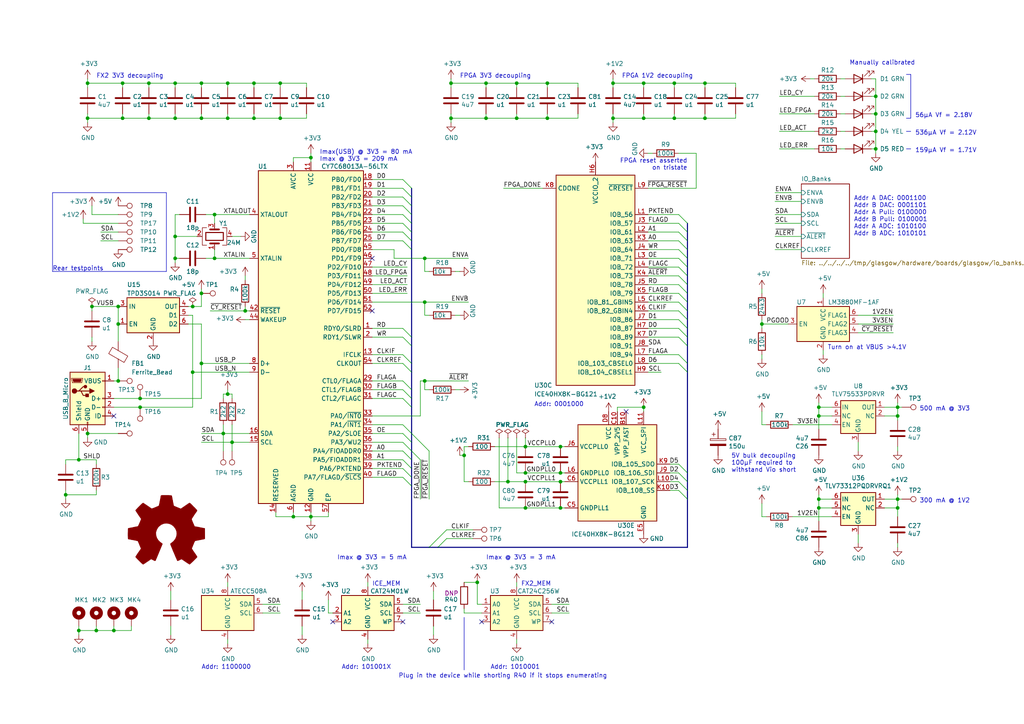
<source format=kicad_sch>
(kicad_sch (version 20230121) (generator eeschema)
  (paper "A4")
  (title_block (title "Base Board") (rev "C1") (company "whitequark research") (comment 1 "Glasgow Debug Tool"))
  (junction (at 123.19 110.49))
  (junction (at 162.56 139.7))
  (junction (at 50.8 68.58))
  (junction (at 186.69 24.13))
  (junction (at 158.75 24.13))
  (junction (at 58.42 24.13))
  (junction (at 177.8 24.13))
  (junction (at 62.23 74.93))
  (junction (at 158.75 34.29))
  (junction (at 34.29 110.49))
  (junction (at 50.8 24.13))
  (junction (at 55.88 88.9))
  (junction (at 149.86 24.13))
  (junction (at 254 38.1))
  (junction (at 186.69 118.11))
  (junction (at 140.97 34.29))
  (junction (at 260.35 118.11))
  (junction (at 71.12 90.17))
  (junction (at 204.47 24.13))
  (junction (at 22.86 133.35))
  (junction (at 260.35 144.78))
  (junction (at 43.18 34.29))
  (junction (at 27.94 182.88))
  (junction (at 152.4 137.16))
  (junction (at 130.81 34.29))
  (junction (at 134.62 132.08))
  (junction (at 50.8 74.93))
  (junction (at 130.81 24.13))
  (junction (at 162.56 137.16))
  (junction (at 25.4 24.13))
  (junction (at 62.23 62.23))
  (junction (at 43.18 24.13))
  (junction (at 34.29 93.98))
  (junction (at 140.97 24.13))
  (junction (at 204.47 34.29))
  (junction (at 64.77 125.73))
  (junction (at 237.49 144.78))
  (junction (at 35.56 24.13))
  (junction (at 260.35 147.32))
  (junction (at 177.8 34.29))
  (junction (at 152.4 147.32))
  (junction (at 195.58 34.29))
  (junction (at 162.56 147.32))
  (junction (at 22.86 182.88))
  (junction (at 58.42 85.09))
  (junction (at 237.49 120.65))
  (junction (at 152.4 129.54))
  (junction (at 55.88 107.95))
  (junction (at 254 33.02))
  (junction (at 186.69 34.29))
  (junction (at 147.32 139.7))
  (junction (at 138.43 168.91))
  (junction (at 19.05 143.51))
  (junction (at 58.42 34.29))
  (junction (at 33.02 182.88))
  (junction (at 81.28 24.13))
  (junction (at 152.4 139.7))
  (junction (at 67.31 128.27))
  (junction (at 66.04 34.29))
  (junction (at 254 43.18))
  (junction (at 162.56 129.54))
  (junction (at 220.98 93.98))
  (junction (at 34.29 88.9))
  (junction (at 50.8 34.29))
  (junction (at 123.19 74.93))
  (junction (at 40.64 118.11))
  (junction (at 149.86 34.29))
  (junction (at 260.35 120.65))
  (junction (at 73.66 34.29))
  (junction (at 237.49 147.32))
  (junction (at 66.04 114.3))
  (junction (at 25.4 34.29))
  (junction (at 90.17 45.72))
  (junction (at 90.17 149.86))
  (junction (at 123.19 87.63))
  (junction (at 66.04 24.13))
  (junction (at 58.42 105.41))
  (junction (at 237.49 118.11))
  (junction (at 195.58 24.13))
  (junction (at 73.66 24.13))
  (junction (at 25.4 125.73))
  (junction (at 254 27.94))
  (junction (at 40.64 115.57))
  (junction (at 26.67 88.9))
  (junction (at 85.09 149.86))
  (junction (at 35.56 34.29))
  (junction (at 81.28 34.29))
  (no_connect (at 96.52 180.34))
  (no_connect (at 160.02 180.34))
  (no_connect (at 116.84 180.34))
  (no_connect (at 107.95 74.93))
  (no_connect (at 33.02 120.65))
  (no_connect (at 181.61 119.38))
  (no_connect (at 139.7 180.34))
  (no_connect (at 107.95 90.17))
  (bus_entry (at 116.84 95.25) (size 2.54 2.54))
  (bus_entry (at 196.85 139.7) (size 2.54 2.54))
  (bus_entry (at 127 158.75) (size 2.54 -2.54))
  (bus_entry (at 116.84 138.43) (size 2.54 2.54))
  (bus_entry (at 116.84 102.87) (size 2.54 2.54))
  (bus_entry (at 196.85 74.93) (size 2.54 2.54))
  (bus_entry (at 196.85 134.62) (size 2.54 2.54))
  (bus_entry (at 196.85 97.79) (size 2.54 2.54))
  (bus_entry (at 116.84 110.49) (size 2.54 2.54))
  (bus_entry (at 196.85 95.25) (size 2.54 2.54))
  (bus_entry (at 124.46 158.75) (size 2.54 -2.54))
  (bus_entry (at 116.84 105.41) (size 2.54 2.54))
  (bus_entry (at 116.84 57.15) (size 2.54 2.54))
  (bus_entry (at 116.84 130.81) (size 2.54 2.54))
  (bus_entry (at 196.85 102.87) (size 2.54 2.54))
  (bus_entry (at 196.85 82.55) (size 2.54 2.54))
  (bus_entry (at 116.84 64.77) (size 2.54 2.54))
  (bus_entry (at 116.84 115.57) (size 2.54 2.54))
  (bus_entry (at 196.85 85.09) (size 2.54 2.54))
  (bus_entry (at 196.85 142.24) (size 2.54 2.54))
  (bus_entry (at 196.85 67.31) (size 2.54 2.54))
  (bus_entry (at 196.85 80.01) (size 2.54 2.54))
  (bus_entry (at 196.85 64.77) (size 2.54 2.54))
  (bus_entry (at 116.84 125.73) (size 2.54 2.54))
  (bus_entry (at 116.84 54.61) (size 2.54 2.54))
  (bus_entry (at 116.84 135.89) (size 2.54 2.54))
  (bus_entry (at 116.84 133.35) (size 2.54 2.54))
  (bus_entry (at 196.85 72.39) (size 2.54 2.54))
  (bus_entry (at 116.84 52.07) (size 2.54 2.54))
  (bus_entry (at 196.85 62.23) (size 2.54 2.54))
  (bus_entry (at 116.84 59.69) (size 2.54 2.54))
  (bus_entry (at 116.84 69.85) (size 2.54 2.54))
  (bus_entry (at 116.84 62.23) (size 2.54 2.54))
  (bus_entry (at 196.85 137.16) (size 2.54 2.54))
  (bus_entry (at 196.85 77.47) (size 2.54 2.54))
  (bus_entry (at 116.84 97.79) (size 2.54 2.54))
  (bus_entry (at 196.85 87.63) (size 2.54 2.54))
  (bus_entry (at 196.85 92.71) (size 2.54 2.54))
  (bus_entry (at 196.85 105.41) (size 2.54 2.54))
  (bus_entry (at 116.84 67.31) (size 2.54 2.54))
  (bus_entry (at 196.85 90.17) (size 2.54 2.54))
  (bus_entry (at 196.85 69.85) (size 2.54 2.54))
  (bus_entry (at 116.84 113.03) (size 2.54 2.54))
  (bus (pts (xy 119.38 100.33) (xy 119.38 105.41)))
  (wire (pts (xy 237.49 147.32) (xy 237.49 151.13)))
  (wire (pts (xy 66.04 113.03) (xy 66.04 114.3)))
  (wire (pts (xy 130.81 34.29) (xy 140.97 34.29)))
  (wire (pts (xy 226.06 38.1) (xy 236.22 38.1)))
  (bus (pts (xy 199.39 72.39) (xy 199.39 74.93)))
  (wire (pts (xy 50.8 34.29) (xy 58.42 34.29)))
  (wire (pts (xy 187.96 80.01) (xy 196.85 80.01)))
  (wire (pts (xy 248.92 93.98) (xy 259.08 93.98)))
  (wire (pts (xy 22.86 181.61) (xy 22.86 182.88)))
  (wire (pts (xy 27.94 182.88) (xy 33.02 182.88)))
  (wire (pts (xy 107.95 130.81) (xy 116.84 130.81)))
  (wire (pts (xy 66.04 24.13) (xy 73.66 24.13)))
  (wire (pts (xy 237.49 118.11) (xy 237.49 120.65)))
  (wire (pts (xy 220.98 149.86) (xy 222.25 149.86)))
  (polyline (pts (xy 134.62 179.07) (xy 134.62 194.31)))
  (wire (pts (xy 64.77 114.3) (xy 66.04 114.3)))
  (bus (pts (xy 199.39 74.93) (xy 199.39 77.47)))
  (wire (pts (xy 121.92 133.35) (xy 121.92 144.78)))
  (wire (pts (xy 134.62 132.08) (xy 134.62 139.7)))
  (wire (pts (xy 143.51 139.7) (xy 147.32 139.7)))
  (wire (pts (xy 177.8 33.02) (xy 177.8 34.29)))
  (wire (pts (xy 245.11 38.1) (xy 243.84 38.1)))
  (wire (pts (xy 213.36 24.13) (xy 213.36 25.4)))
  (wire (pts (xy 248.92 154.94) (xy 248.92 157.48)))
  (bus (pts (xy 199.39 82.55) (xy 199.39 85.09)))
  (wire (pts (xy 60.96 90.17) (xy 71.12 90.17)))
  (wire (pts (xy 254 33.02) (xy 254 38.1)))
  (wire (pts (xy 165.1 175.26) (xy 160.02 175.26)))
  (bus (pts (xy 119.38 64.77) (xy 119.38 67.31)))
  (wire (pts (xy 149.86 33.02) (xy 149.86 34.29)))
  (wire (pts (xy 204.47 34.29) (xy 204.47 33.02)))
  (wire (pts (xy 220.98 102.87) (xy 220.98 104.14)))
  (wire (pts (xy 220.98 146.05) (xy 220.98 149.86)))
  (wire (pts (xy 26.67 59.69) (xy 26.67 62.23)))
  (wire (pts (xy 213.36 34.29) (xy 204.47 34.29)))
  (wire (pts (xy 241.3 144.78) (xy 237.49 144.78)))
  (wire (pts (xy 24.13 63.5) (xy 24.13 64.77)))
  (wire (pts (xy 187.96 95.25) (xy 196.85 95.25)))
  (wire (pts (xy 152.4 129.54) (xy 162.56 129.54)))
  (wire (pts (xy 152.4 147.32) (xy 162.56 147.32)))
  (wire (pts (xy 62.23 74.93) (xy 72.39 74.93)))
  (wire (pts (xy 107.95 77.47) (xy 118.11 77.47)))
  (wire (pts (xy 33.02 110.49) (xy 34.29 110.49)))
  (wire (pts (xy 88.9 24.13) (xy 81.28 24.13)))
  (wire (pts (xy 134.62 129.54) (xy 134.62 132.08)))
  (wire (pts (xy 64.77 125.73) (xy 72.39 125.73)))
  (wire (pts (xy 107.95 110.49) (xy 116.84 110.49)))
  (wire (pts (xy 121.92 175.26) (xy 116.84 175.26)))
  (bus (pts (xy 119.38 72.39) (xy 119.38 97.79)))
  (wire (pts (xy 67.31 68.58) (xy 69.85 68.58)))
  (wire (pts (xy 106.68 185.42) (xy 106.68 186.69)))
  (wire (pts (xy 34.29 106.68) (xy 34.29 110.49)))
  (wire (pts (xy 187.96 85.09) (xy 196.85 85.09)))
  (wire (pts (xy 245.11 27.94) (xy 243.84 27.94)))
  (wire (pts (xy 123.19 78.74) (xy 123.19 74.93)))
  (wire (pts (xy 66.04 185.42) (xy 66.04 186.69)))
  (wire (pts (xy 224.79 58.42) (xy 232.41 58.42)))
  (wire (pts (xy 132.08 78.74) (xy 133.35 78.74)))
  (bus (pts (xy 119.38 113.03) (xy 119.38 115.57)))
  (wire (pts (xy 252.73 33.02) (xy 254 33.02)))
  (wire (pts (xy 237.49 144.78) (xy 237.49 147.32)))
  (wire (pts (xy 196.85 44.45) (xy 201.93 44.45)))
  (wire (pts (xy 252.73 27.94) (xy 254 27.94)))
  (wire (pts (xy 58.42 24.13) (xy 58.42 25.4)))
  (bus (pts (xy 199.39 67.31) (xy 199.39 69.85)))
  (wire (pts (xy 81.28 24.13) (xy 81.28 25.4)))
  (bus (pts (xy 127 158.75) (xy 199.39 158.75)))
  (wire (pts (xy 107.95 69.85) (xy 116.84 69.85)))
  (wire (pts (xy 260.35 116.84) (xy 260.35 118.11)))
  (wire (pts (xy 187.96 105.41) (xy 196.85 105.41)))
  (wire (pts (xy 50.8 68.58) (xy 50.8 74.93)))
  (wire (pts (xy 67.31 123.19) (xy 67.31 128.27)))
  (wire (pts (xy 114.3 72.39) (xy 114.3 74.93)))
  (wire (pts (xy 195.58 34.29) (xy 204.47 34.29)))
  (wire (pts (xy 260.35 120.65) (xy 260.35 121.92)))
  (wire (pts (xy 40.64 118.11) (xy 55.88 118.11)))
  (wire (pts (xy 224.79 68.58) (xy 232.41 68.58)))
  (wire (pts (xy 55.88 91.44) (xy 55.88 107.95)))
  (wire (pts (xy 187.96 67.31) (xy 196.85 67.31)))
  (polyline (pts (xy 48.26 78.74) (xy 15.24 78.74)))
  (bus (pts (xy 199.39 64.77) (xy 199.39 67.31)))
  (wire (pts (xy 260.35 144.78) (xy 261.62 144.78)))
  (wire (pts (xy 194.31 139.7) (xy 196.85 139.7)))
  (wire (pts (xy 123.19 91.44) (xy 123.19 87.63)))
  (wire (pts (xy 149.86 25.4) (xy 149.86 24.13)))
  (bus (pts (xy 119.38 67.31) (xy 119.38 69.85)))
  (wire (pts (xy 157.48 54.61) (xy 146.05 54.61)))
  (wire (pts (xy 22.86 182.88) (xy 22.86 184.15)))
  (wire (pts (xy 55.88 88.9) (xy 58.42 88.9)))
  (wire (pts (xy 50.8 76.2) (xy 50.8 74.93)))
  (wire (pts (xy 58.42 125.73) (xy 64.77 125.73)))
  (wire (pts (xy 123.19 110.49) (xy 123.19 113.03)))
  (wire (pts (xy 107.95 52.07) (xy 116.84 52.07)))
  (wire (pts (xy 195.58 24.13) (xy 204.47 24.13)))
  (wire (pts (xy 167.64 25.4) (xy 167.64 24.13)))
  (bus (pts (xy 119.38 105.41) (xy 119.38 107.95)))
  (wire (pts (xy 62.23 62.23) (xy 72.39 62.23)))
  (wire (pts (xy 187.96 77.47) (xy 196.85 77.47)))
  (wire (pts (xy 186.69 118.11) (xy 186.69 119.38)))
  (wire (pts (xy 162.56 139.7) (xy 163.83 139.7)))
  (wire (pts (xy 260.35 157.48) (xy 260.35 158.75)))
  (wire (pts (xy 260.35 118.11) (xy 260.35 120.65)))
  (wire (pts (xy 118.11 80.01) (xy 107.95 80.01)))
  (wire (pts (xy 254 22.86) (xy 252.73 22.86)))
  (bus (pts (xy 199.39 87.63) (xy 199.39 90.17)))
  (wire (pts (xy 58.42 83.82) (xy 58.42 85.09)))
  (wire (pts (xy 27.94 182.88) (xy 27.94 181.61)))
  (bus (pts (xy 199.39 85.09) (xy 199.39 87.63)))
  (bus (pts (xy 119.38 133.35) (xy 119.38 135.89)))
  (wire (pts (xy 187.96 69.85) (xy 196.85 69.85)))
  (wire (pts (xy 57.15 68.58) (xy 50.8 68.58)))
  (wire (pts (xy 123.19 74.93) (xy 135.89 74.93)))
  (wire (pts (xy 19.05 143.51) (xy 27.94 143.51)))
  (bus (pts (xy 199.39 69.85) (xy 199.39 72.39)))
  (wire (pts (xy 90.17 149.86) (xy 95.25 149.86)))
  (polyline (pts (xy 15.24 78.74) (xy 15.24 55.88)))
  (wire (pts (xy 81.28 175.26) (xy 76.2 175.26)))
  (bus (pts (xy 119.38 69.85) (xy 119.38 72.39)))
  (wire (pts (xy 130.81 35.56) (xy 130.81 34.29)))
  (wire (pts (xy 229.87 123.19) (xy 241.3 123.19)))
  (wire (pts (xy 132.08 113.03) (xy 133.35 113.03)))
  (wire (pts (xy 260.35 118.11) (xy 261.62 118.11)))
  (bus (pts (xy 119.38 118.11) (xy 119.38 128.27)))
  (wire (pts (xy 147.32 127) (xy 147.32 139.7)))
  (wire (pts (xy 179.07 118.11) (xy 186.69 118.11)))
  (wire (pts (xy 194.31 134.62) (xy 196.85 134.62)))
  (bus (pts (xy 119.38 135.89) (xy 119.38 138.43)))
  (wire (pts (xy 129.54 153.67) (xy 137.16 153.67)))
  (wire (pts (xy 187.96 62.23) (xy 196.85 62.23)))
  (wire (pts (xy 187.96 107.95) (xy 191.77 107.95)))
  (wire (pts (xy 25.4 34.29) (xy 25.4 33.02)))
  (wire (pts (xy 107.95 54.61) (xy 116.84 54.61)))
  (wire (pts (xy 152.4 139.7) (xy 162.56 139.7)))
  (bus (pts (xy 199.39 90.17) (xy 199.39 92.71)))
  (wire (pts (xy 19.05 143.51) (xy 19.05 144.78)))
  (wire (pts (xy 238.76 85.09) (xy 238.76 86.36)))
  (wire (pts (xy 165.1 177.8) (xy 160.02 177.8)))
  (wire (pts (xy 87.63 171.45) (xy 87.63 173.99)))
  (wire (pts (xy 260.35 144.78) (xy 260.35 147.32)))
  (wire (pts (xy 107.95 138.43) (xy 116.84 138.43)))
  (bus (pts (xy 199.39 77.47) (xy 199.39 80.01)))
  (wire (pts (xy 107.95 67.31) (xy 116.84 67.31)))
  (wire (pts (xy 26.67 97.79) (xy 26.67 99.06)))
  (wire (pts (xy 90.17 149.86) (xy 90.17 151.13)))
  (wire (pts (xy 59.69 74.93) (xy 62.23 74.93)))
  (wire (pts (xy 256.54 120.65) (xy 260.35 120.65)))
  (wire (pts (xy 237.49 116.84) (xy 237.49 118.11)))
  (wire (pts (xy 71.12 92.71) (xy 72.39 92.71)))
  (wire (pts (xy 54.61 93.98) (xy 58.42 93.98)))
  (wire (pts (xy 162.56 129.54) (xy 163.83 129.54)))
  (bus (pts (xy 119.38 57.15) (xy 119.38 59.69)))
  (wire (pts (xy 149.86 24.13) (xy 158.75 24.13)))
  (wire (pts (xy 187.96 97.79) (xy 196.85 97.79)))
  (wire (pts (xy 25.4 24.13) (xy 25.4 25.4)))
  (wire (pts (xy 133.35 132.08) (xy 134.62 132.08)))
  (wire (pts (xy 71.12 90.17) (xy 71.12 88.9)))
  (bus (pts (xy 199.39 105.41) (xy 199.39 107.95)))
  (wire (pts (xy 140.97 25.4) (xy 140.97 24.13)))
  (wire (pts (xy 194.31 137.16) (xy 196.85 137.16)))
  (wire (pts (xy 73.66 24.13) (xy 81.28 24.13)))
  (wire (pts (xy 162.56 137.16) (xy 163.83 137.16)))
  (wire (pts (xy 50.8 62.23) (xy 52.07 62.23)))
  (wire (pts (xy 80.01 149.86) (xy 85.09 149.86)))
  (wire (pts (xy 194.31 142.24) (xy 196.85 142.24)))
  (wire (pts (xy 134.62 139.7) (xy 135.89 139.7)))
  (wire (pts (xy 35.56 34.29) (xy 25.4 34.29)))
  (wire (pts (xy 213.36 33.02) (xy 213.36 34.29)))
  (bus (pts (xy 119.38 128.27) (xy 119.38 133.35)))
  (wire (pts (xy 254 22.86) (xy 254 27.94)))
  (wire (pts (xy 121.92 110.49) (xy 123.19 110.49)))
  (wire (pts (xy 22.86 133.35) (xy 27.94 133.35)))
  (wire (pts (xy 177.8 34.29) (xy 177.8 35.56)))
  (wire (pts (xy 33.02 182.88) (xy 38.1 182.88)))
  (bus (pts (xy 119.38 59.69) (xy 119.38 62.23)))
  (wire (pts (xy 186.69 33.02) (xy 186.69 34.29)))
  (wire (pts (xy 81.28 177.8) (xy 76.2 177.8)))
  (wire (pts (xy 95.25 149.86) (xy 95.25 148.59)))
  (wire (pts (xy 88.9 34.29) (xy 81.28 34.29)))
  (wire (pts (xy 35.56 24.13) (xy 43.18 24.13)))
  (wire (pts (xy 107.95 133.35) (xy 116.84 133.35)))
  (wire (pts (xy 149.86 127) (xy 149.86 137.16)))
  (wire (pts (xy 50.8 33.02) (xy 50.8 34.29)))
  (bus (pts (xy 119.38 107.95) (xy 119.38 113.03)))
  (wire (pts (xy 187.96 90.17) (xy 196.85 90.17)))
  (wire (pts (xy 107.95 125.73) (xy 116.84 125.73)))
  (wire (pts (xy 187.96 54.61) (xy 201.93 54.61)))
  (wire (pts (xy 26.67 62.23) (xy 34.29 62.23)))
  (wire (pts (xy 25.4 22.86) (xy 25.4 24.13)))
  (wire (pts (xy 177.8 24.13) (xy 186.69 24.13)))
  (wire (pts (xy 106.68 168.91) (xy 106.68 170.18)))
  (wire (pts (xy 132.08 91.44) (xy 133.35 91.44)))
  (wire (pts (xy 35.56 24.13) (xy 25.4 24.13)))
  (wire (pts (xy 220.98 83.82) (xy 220.98 85.09)))
  (wire (pts (xy 260.35 143.51) (xy 260.35 144.78)))
  (wire (pts (xy 187.96 72.39) (xy 196.85 72.39)))
  (wire (pts (xy 58.42 93.98) (xy 58.42 105.41)))
  (wire (pts (xy 43.18 24.13) (xy 43.18 25.4)))
  (wire (pts (xy 64.77 115.57) (xy 64.77 114.3)))
  (wire (pts (xy 33.02 118.11) (xy 40.64 118.11)))
  (wire (pts (xy 35.56 25.4) (xy 35.56 24.13)))
  (wire (pts (xy 33.02 115.57) (xy 40.64 115.57)))
  (wire (pts (xy 241.3 120.65) (xy 237.49 120.65)))
  (wire (pts (xy 123.19 113.03) (xy 124.46 113.03)))
  (wire (pts (xy 107.95 102.87) (xy 116.84 102.87)))
  (wire (pts (xy 127 156.21) (xy 129.54 153.67)))
  (wire (pts (xy 35.56 33.02) (xy 35.56 34.29)))
  (wire (pts (xy 107.95 135.89) (xy 116.84 135.89)))
  (bus (pts (xy 119.38 97.79) (xy 119.38 100.33)))
  (wire (pts (xy 81.28 34.29) (xy 81.28 33.02)))
  (wire (pts (xy 107.95 95.25) (xy 116.84 95.25)))
  (wire (pts (xy 138.43 168.91) (xy 138.43 175.26)))
  (wire (pts (xy 130.81 24.13) (xy 140.97 24.13)))
  (wire (pts (xy 243.84 22.86) (xy 245.11 22.86)))
  (wire (pts (xy 66.04 24.13) (xy 66.04 25.4)))
  (wire (pts (xy 254 27.94) (xy 254 33.02)))
  (wire (pts (xy 38.1 182.88) (xy 38.1 181.61)))
  (wire (pts (xy 158.75 25.4) (xy 158.75 24.13)))
  (wire (pts (xy 254 38.1) (xy 252.73 38.1)))
  (bus (pts (xy 119.38 62.23) (xy 119.38 64.77)))
  (wire (pts (xy 152.4 127) (xy 152.4 129.54)))
  (wire (pts (xy 67.31 128.27) (xy 72.39 128.27)))
  (wire (pts (xy 43.18 24.13) (xy 50.8 24.13)))
  (wire (pts (xy 58.42 128.27) (xy 67.31 128.27)))
  (wire (pts (xy 67.31 114.3) (xy 67.31 115.57)))
  (wire (pts (xy 256.54 144.78) (xy 260.35 144.78)))
  (wire (pts (xy 88.9 25.4) (xy 88.9 24.13)))
  (wire (pts (xy 116.84 105.41) (xy 107.95 105.41)))
  (wire (pts (xy 40.64 115.57) (xy 58.42 115.57)))
  (wire (pts (xy 58.42 34.29) (xy 66.04 34.29)))
  (wire (pts (xy 226.06 33.02) (xy 236.22 33.02)))
  (wire (pts (xy 22.86 125.73) (xy 22.86 133.35)))
  (wire (pts (xy 186.69 25.4) (xy 186.69 24.13)))
  (wire (pts (xy 158.75 34.29) (xy 167.64 34.29)))
  (wire (pts (xy 158.75 24.13) (xy 167.64 24.13)))
  (wire (pts (xy 124.46 91.44) (xy 123.19 91.44)))
  (wire (pts (xy 26.67 88.9) (xy 34.29 88.9)))
  (bus (pts (xy 199.39 137.16) (xy 199.39 139.7)))
  (wire (pts (xy 34.29 93.98) (xy 34.29 88.9)))
  (wire (pts (xy 162.56 147.32) (xy 163.83 147.32)))
  (polyline (pts (xy 48.26 55.88) (xy 48.26 78.74)))
  (bus (pts (xy 199.39 107.95) (xy 199.39 137.16)))
  (wire (pts (xy 50.8 24.13) (xy 58.42 24.13)))
  (wire (pts (xy 27.94 133.35) (xy 27.94 134.62)))
  (wire (pts (xy 22.86 182.88) (xy 27.94 182.88)))
  (wire (pts (xy 55.88 107.95) (xy 72.39 107.95)))
  (wire (pts (xy 236.22 27.94) (xy 226.06 27.94)))
  (wire (pts (xy 144.78 147.32) (xy 152.4 147.32)))
  (wire (pts (xy 149.86 137.16) (xy 152.4 137.16)))
  (bus (pts (xy 119.38 140.97) (xy 119.38 158.75)))
  (wire (pts (xy 220.98 93.98) (xy 228.6 93.98)))
  (wire (pts (xy 107.95 120.65) (xy 121.92 120.65)))
  (polyline (pts (xy 15.24 55.88) (xy 48.26 55.88)))
  (wire (pts (xy 58.42 24.13) (xy 66.04 24.13)))
  (wire (pts (xy 252.73 43.18) (xy 254 43.18)))
  (wire (pts (xy 220.98 92.71) (xy 220.98 93.98)))
  (wire (pts (xy 34.29 69.85) (xy 29.21 69.85)))
  (wire (pts (xy 254 43.18) (xy 254 44.45)))
  (wire (pts (xy 54.61 91.44) (xy 55.88 91.44)))
  (wire (pts (xy 204.47 24.13) (xy 204.47 25.4)))
  (wire (pts (xy 123.19 87.63) (xy 135.89 87.63)))
  (wire (pts (xy 187.96 92.71) (xy 196.85 92.71)))
  (wire (pts (xy 58.42 105.41) (xy 72.39 105.41)))
  (wire (pts (xy 144.78 127) (xy 144.78 147.32)))
  (wire (pts (xy 130.81 22.86) (xy 130.81 24.13)))
  (wire (pts (xy 254 38.1) (xy 254 43.18)))
  (wire (pts (xy 248.92 128.27) (xy 248.92 130.81)))
  (wire (pts (xy 224.79 55.88) (xy 232.41 55.88)))
  (wire (pts (xy 26.67 88.9) (xy 26.67 90.17)))
  (wire (pts (xy 152.4 137.16) (xy 162.56 137.16)))
  (wire (pts (xy 22.86 133.35) (xy 19.05 133.35)))
  (wire (pts (xy 140.97 24.13) (xy 149.86 24.13)))
  (wire (pts (xy 25.4 125.73) (xy 25.4 127)))
  (wire (pts (xy 224.79 62.23) (xy 232.41 62.23)))
  (wire (pts (xy 195.58 33.02) (xy 195.58 34.29)))
  (wire (pts (xy 107.95 57.15) (xy 116.84 57.15)))
  (wire (pts (xy 50.8 62.23) (xy 50.8 68.58)))
  (wire (pts (xy 187.96 82.55) (xy 196.85 82.55)))
  (wire (pts (xy 149.86 168.91) (xy 149.86 170.18)))
  (wire (pts (xy 245.11 43.18) (xy 243.84 43.18)))
  (wire (pts (xy 241.3 147.32) (xy 237.49 147.32)))
  (wire (pts (xy 49.53 181.61) (xy 49.53 184.15)))
  (polyline (pts (xy 264.16 34.29) (xy 262.89 34.29)))
  (wire (pts (xy 107.95 115.57) (xy 116.84 115.57)))
  (wire (pts (xy 27.94 142.24) (xy 27.94 143.51)))
  (polyline (pts (xy 262.89 21.59) (xy 264.16 21.59)))
  (bus (pts (xy 199.39 80.01) (xy 199.39 82.55)))
  (wire (pts (xy 55.88 107.95) (xy 55.88 118.11)))
  (wire (pts (xy 90.17 148.59) (xy 90.17 149.86)))
  (wire (pts (xy 85.09 46.99) (xy 85.09 45.72)))
  (wire (pts (xy 147.32 139.7) (xy 152.4 139.7)))
  (wire (pts (xy 139.7 177.8) (xy 134.62 177.8)))
  (wire (pts (xy 224.79 72.39) (xy 232.41 72.39)))
  (wire (pts (xy 248.92 91.44) (xy 259.08 91.44)))
  (wire (pts (xy 24.13 64.77) (xy 34.29 64.77)))
  (wire (pts (xy 256.54 147.32) (xy 260.35 147.32)))
  (wire (pts (xy 66.04 114.3) (xy 67.31 114.3)))
  (wire (pts (xy 177.8 34.29) (xy 186.69 34.29)))
  (wire (pts (xy 90.17 45.72) (xy 90.17 46.99)))
  (wire (pts (xy 124.46 130.81) (xy 124.46 144.78)))
  (wire (pts (xy 107.95 59.69) (xy 116.84 59.69)))
  (wire (pts (xy 25.4 35.56) (xy 25.4 34.29)))
  (wire (pts (xy 237.49 143.51) (xy 237.49 144.78)))
  (wire (pts (xy 34.29 125.73) (xy 25.4 125.73)))
  (wire (pts (xy 107.95 82.55) (xy 118.11 82.55)))
  (wire (pts (xy 149.86 185.42) (xy 149.86 186.69)))
  (wire (pts (xy 62.23 62.23) (xy 62.23 64.77)))
  (wire (pts (xy 234.95 22.86) (xy 236.22 22.86)))
  (wire (pts (xy 19.05 133.35) (xy 19.05 134.62)))
  (wire (pts (xy 64.77 123.19) (xy 64.77 125.73)))
  (wire (pts (xy 107.95 97.79) (xy 116.84 97.79)))
  (polyline (pts (xy 262.89 43.18) (xy 264.16 43.18)))
  (wire (pts (xy 58.42 115.57) (xy 58.42 105.41)))
  (wire (pts (xy 186.69 34.29) (xy 195.58 34.29)))
  (wire (pts (xy 73.66 34.29) (xy 81.28 34.29)))
  (wire (pts (xy 58.42 85.09) (xy 58.42 88.9)))
  (wire (pts (xy 62.23 72.39) (xy 62.23 74.93)))
  (wire (pts (xy 187.96 102.87) (xy 196.85 102.87)))
  (wire (pts (xy 140.97 33.02) (xy 140.97 34.29)))
  (wire (pts (xy 114.3 74.93) (xy 123.19 74.93)))
  (wire (pts (xy 54.61 88.9) (xy 55.88 88.9)))
  (wire (pts (xy 87.63 181.61) (xy 87.63 184.15)))
  (wire (pts (xy 201.93 44.45) (xy 201.93 54.61)))
  (wire (pts (xy 179.07 119.38) (xy 179.07 118.11)))
  (wire (pts (xy 125.73 171.45) (xy 125.73 173.99)))
  (wire (pts (xy 220.98 123.19) (xy 222.25 123.19)))
  (wire (pts (xy 187.96 74.93) (xy 196.85 74.93)))
  (wire (pts (xy 58.42 33.02) (xy 58.42 34.29)))
  (wire (pts (xy 95.25 177.8) (xy 96.52 177.8)))
  (wire (pts (xy 66.04 34.29) (xy 73.66 34.29)))
  (wire (pts (xy 73.66 24.13) (xy 73.66 25.4)))
  (wire (pts (xy 71.12 80.01) (xy 71.12 81.28)))
  (wire (pts (xy 73.66 33.02) (xy 73.66 34.29)))
  (polyline (pts (xy 262.89 38.1) (xy 264.16 38.1)))
  (wire (pts (xy 107.95 123.19) (xy 116.84 123.19)))
  (bus (pts (xy 199.39 100.33) (xy 199.39 105.41)))
  (wire (pts (xy 116.84 128.27) (xy 121.92 133.35)))
  (wire (pts (xy 130.81 25.4) (xy 130.81 24.13)))
  (wire (pts (xy 158.75 33.02) (xy 158.75 34.29)))
  (bus (pts (xy 119.38 158.75) (xy 124.46 158.75)))
  (wire (pts (xy 248.92 96.52) (xy 259.08 96.52)))
  (bus (pts (xy 199.39 92.71) (xy 199.39 95.25)))
  (wire (pts (xy 107.95 113.03) (xy 116.84 113.03)))
  (wire (pts (xy 107.95 87.63) (xy 123.19 87.63)))
  (wire (pts (xy 187.96 64.77) (xy 196.85 64.77)))
  (wire (pts (xy 237.49 118.11) (xy 241.3 118.11)))
  (bus (pts (xy 199.39 144.78) (xy 199.39 158.75)))
  (wire (pts (xy 59.69 62.23) (xy 62.23 62.23)))
  (wire (pts (xy 85.09 45.72) (xy 90.17 45.72)))
  (wire (pts (xy 85.09 149.86) (xy 90.17 149.86)))
  (wire (pts (xy 88.9 33.02) (xy 88.9 34.29)))
  (wire (pts (xy 195.58 25.4) (xy 195.58 24.13)))
  (wire (pts (xy 186.69 24.13) (xy 195.58 24.13)))
  (bus (pts (xy 199.39 95.25) (xy 199.39 97.79)))
  (wire (pts (xy 237.49 120.65) (xy 237.49 124.46)))
  (wire (pts (xy 66.04 168.91) (xy 66.04 170.18)))
  (wire (pts (xy 226.06 43.18) (xy 236.22 43.18)))
  (bus (pts (xy 119.38 54.61) (xy 119.38 57.15)))
  (wire (pts (xy 143.51 129.54) (xy 152.4 129.54)))
  (wire (pts (xy 220.98 93.98) (xy 220.98 95.25)))
  (wire (pts (xy 177.8 22.86) (xy 177.8 24.13)))
  (wire (pts (xy 34.29 67.31) (xy 29.21 67.31)))
  (wire (pts (xy 187.96 44.45) (xy 189.23 44.45)))
  (wire (pts (xy 43.18 34.29) (xy 50.8 34.29)))
  (wire (pts (xy 238.76 101.6) (xy 238.76 102.87)))
  (wire (pts (xy 260.35 129.54) (xy 260.35 130.81)))
  (wire (pts (xy 134.62 176.53) (xy 134.62 177.8)))
  (bus (pts (xy 199.39 142.24) (xy 199.39 144.78)))
  (wire (pts (xy 85.09 148.59) (xy 85.09 149.86)))
  (wire (pts (xy 107.95 128.27) (xy 116.84 128.27)))
  (wire (pts (xy 107.95 72.39) (xy 114.3 72.39)))
  (wire (pts (xy 167.64 33.02) (xy 167.64 34.29)))
  (wire (pts (xy 49.53 171.45) (xy 49.53 173.99)))
  (wire (pts (xy 260.35 147.32) (xy 260.35 149.86)))
  (wire (pts (xy 52.07 74.93) (xy 50.8 74.93)))
  (wire (pts (xy 125.73 181.61) (xy 125.73 184.15)))
  (wire (pts (xy 229.87 149.86) (xy 241.3 149.86)))
  (wire (pts (xy 123.19 78.74) (xy 124.46 78.74)))
  (wire (pts (xy 213.36 24.13) (xy 204.47 24.13)))
  (wire (pts (xy 90.17 44.45) (xy 90.17 45.72)))
  (wire (pts (xy 140.97 34.29) (xy 149.86 34.29)))
  (wire (pts (xy 134.62 168.91) (xy 138.43 168.91)))
  (bus (pts (xy 119.38 115.57) (xy 119.38 118.11)))
  (bus (pts (xy 119.38 138.43) (xy 119.38 140.97)))
  (wire (pts (xy 71.12 90.17) (xy 72.39 90.17)))
  (wire (pts (xy 116.84 123.19) (xy 124.46 130.81)))
  (wire (pts (xy 149.86 34.29) (xy 158.75 34.29)))
  (wire (pts (xy 107.95 62.23) (xy 116.84 62.23)))
  (wire (pts (xy 139.7 175.26) (xy 138.43 175.26)))
  (wire (pts (xy 135.89 129.54) (xy 134.62 129.54)))
  (wire (pts (xy 80.01 148.59) (xy 80.01 149.86)))
  (wire (pts (xy 19.05 142.24) (xy 19.05 143.51)))
  (wire (pts (xy 224.79 64.77) (xy 232.41 64.77)))
  (wire (pts (xy 33.02 182.88) (xy 33.02 181.61)))
  (wire (pts (xy 137.16 156.21) (xy 129.54 156.21)))
  (wire (pts (xy 121.92 177.8) (xy 116.84 177.8)))
  (wire (pts (xy 66.04 33.02) (xy 66.04 34.29)))
  (wire (pts (xy 107.95 64.77) (xy 116.84 64.77)))
  (wire (pts (xy 64.77 125.73) (xy 64.77 130.81)))
  (wire (pts (xy 67.31 130.81) (xy 67.31 128.27)))
  (wire (pts (xy 118.11 85.09) (xy 107.95 85.09)))
  (wire (pts (xy 245.11 33.02) (xy 243.84 33.02)))
  (wire (pts (xy 256.54 118.11) (xy 260.35 118.11)))
  (wire (pts (xy 121.92 120.65) (xy 121.92 110.49)))
  (wire (pts (xy 130.81 33.02) (xy 130.81 34.29)))
  (bus (pts (xy 199.39 97.79) (xy 199.39 100.33)))
  (wire (pts (xy 34.29 99.06) (xy 34.29 93.98)))
  (bus (pts (xy 124.46 158.75) (xy 127 158.75)))
  (wire (pts (xy 43.18 33.02) (xy 43.18 34.29)))
  (wire (pts (xy 95.25 173.99) (xy 95.25 177.8)))
  (wire (pts (xy 177.8 24.13) (xy 177.8 25.4)))
  (wire (pts (xy 123.19 110.49) (xy 135.89 110.49)))
  (wire (pts (xy 50.8 24.13) (xy 50.8 25.4)))
  (polyline (pts (xy 264.16 21.59) (xy 264.16 34.29)))
  (wire (pts (xy 35.56 34.29) (xy 43.18 34.29)))
  (wire (pts (xy 187.96 87.63) (xy 196.85 87.63)))
  (bus (pts (xy 199.39 139.7) (xy 199.39 142.24)))
  (wire (pts (xy 220.98 119.38) (xy 220.98 123.19)))
  (text "56µA Vf = 2.18V" (at 265.43 34.29 0) (effects (font (size 1.27 1.27)) (justify left bottom)))
  (text "536µA Vf = 2.12V" (at 265.43 39.37 0) (effects (font (size 1.27 1.27)) (justify left bottom)))
  (text "FPGA 1V2 decoupling" (at 180.34 22.86 0) (effects (font (size 1.27 1.27)) (justify left bottom)))
  (text "300 mA @ 1V2\n" (at 266.7 146.05 0) (effects (font (size 1.27 1.27)) (justify left bottom)))
  (text "FX2_MEM" (at 151.13 170.18 0) (effects (font (size 1.27 1.27)) (justify left bottom)))
  (text "FPGA reset asserted\non tristate" (at 199.39 49.53 0) (effects (font (size 1.27 1.27)) (justify right bottom)))
  (text "Imax @ 3V3 = 3 mA" (at 140.97 162.56 0) (effects (font (size 1.27 1.27)) (justify left bottom)))
  (text "Addr A DAC: 0001100\nAddr B DAC: 0001101\nAddr A Pull: 0100000\nAddr B Pull: 0100001\nAddr A ADC: 1010100\nAddr B ADC: 1010101" (at 247.65 68.58 0) (effects (font (size 1.27 1.27)) (justify left bottom)))
  (text "FPGA 3V3 decoupling" (at 133.35 22.86 0) (effects (font (size 1.27 1.27)) (justify left bottom)))
  (text "Imax(USB) @ 3V3 = 80 mA\nImax @ 3V3 = 209 mA" (at 92.71 46.99 0) (effects (font (size 1.27 1.27)) (justify left bottom)))
  (text "Addr: 101001X" (at 99.06 194.31 0) (effects (font (size 1.27 1.27)) (justify left bottom)))
  (text "Addr: 1100000" (at 58.42 194.31 0) (effects (font (size 1.27 1.27)) (justify left bottom)))
  (text "Turn on at VBUS >4.1V" (at 240.03 101.6 0) (effects (font (size 1.27 1.27)) (justify left bottom)))
  (text "Rear testpoints" (at 15.24 78.74 0) (effects (font (size 1.27 1.27)) (justify left bottom)))
  (text "Imax @ 3V3 = 5 mA" (at 97.79 162.56 0) (effects (font (size 1.27 1.27)) (justify left bottom)))
  (text "Manually calibrated" (at 246.38 19.05 0) (effects (font (size 1.27 1.27)) (justify left bottom)))
  (text "Plug in the device while shorting R40 if it stops enumerating" (at 115.57 196.85 0) (effects (font (size 1.27 1.27)) (justify left bottom)))
  (text "5V bulk decoupling\n100µF required to\nwithstand Vio short" (at 212.09 137.16 0) (effects (font (size 1.27 1.27)) (justify left bottom)))
  (text "159µA Vf = 1.71V" (at 265.43 44.45 0) (effects (font (size 1.27 1.27)) (justify left bottom)))
  (text "FX2 3V3 decoupling" (at 27.94 22.86 0) (effects (font (size 1.27 1.27)) (justify left bottom)))
  (text "Addr: 1010001" (at 142.24 194.31 0) (effects (font (size 1.27 1.27)) (justify left bottom)))
  (text "Addr: 0001000" (at 154.94 118.11 0) (effects (font (size 1.27 1.27)) (justify left bottom)))
  (text "ICE_MEM" (at 107.95 170.18 0) (effects (font (size 1.27 1.27)) (justify left bottom)))
  (text "500 mA @ 3V3" (at 266.7 119.38 0) (effects (font (size 1.27 1.27)) (justify left bottom)))
  (label "LED_CY" (at 226.06 27.94 0))
  (label "SHLD" (at 24.13 133.35 0))
  (label "~{FPGA_RESET}" (at 199.39 54.61 180))
  (label "SDA" (at 187.96 100.33 0))
  (label "CLKIF" (at 109.22 102.87 0))
  (label "FLAGC" (at 187.96 77.47 0))
  (label "FLAGB" (at 187.96 85.09 0))
  (label "VCCPLL0" (at 161.29 129.54 180))
  (label "USB_N" (at 62.23 107.95 0))
  (label "D5" (at 196.85 134.62 180))
  (label "SDA" (at 165.1 175.26 180))
  (label "FLAGD" (at 187.96 64.77 0))
  (label "1V2EN" (at 259.08 91.44 180))
  (label "FLAGA" (at 187.96 102.87 0))
  (label "XTALIN" (at 64.77 74.93 0))
  (label "D7" (at 187.96 97.79 0))
  (label "OE" (at 109.22 125.73 0))
  (label "FPGA_DONE" (at 146.05 54.61 0))
  (label "SCL" (at 58.42 128.27 0))
  (label "VUSB" (at 27.94 88.9 0))
  (label "CLKREF" (at 224.79 72.39 0))
  (label "LED_ACT" (at 226.06 38.1 0))
  (label "~{CY_RESET}" (at 60.96 90.17 0))
  (label "FLAGB" (at 109.22 113.03 0))
  (label "D7" (at 109.22 69.85 0))
  (label "SCL" (at 81.28 177.8 180))
  (label "GNDPLL0" (at 161.29 137.16 180))
  (label "RD" (at 109.22 95.25 0))
  (label "~{CY_RESET}" (at 259.08 96.52 180))
  (label "FPGA_DONE" (at 121.92 144.78 90))
  (label "SDA" (at 224.79 62.23 0))
  (label "D4" (at 109.22 62.23 0))
  (label "XTALOUT" (at 64.77 62.23 0))
  (label "WR" (at 187.96 72.39 0))
  (label "WR" (at 109.22 97.79 0))
  (label "SCL" (at 191.77 107.95 180))
  (label "D2" (at 109.22 57.15 0))
  (label "D4" (at 196.85 139.7 180))
  (label "LED_CY" (at 118.11 77.47 180))
  (label "FLAGA" (at 109.22 110.49 0))
  (label "SCL" (at 121.92 177.8 180))
  (label "A1" (at 109.22 133.35 0))
  (label "CLKIF" (at 130.81 153.67 0))
  (label "3V3EN" (at 259.08 93.98 180))
  (label "D3" (at 109.22 59.69 0))
  (label "A0" (at 109.22 130.81 0))
  (label "SDA" (at 29.21 67.31 0))
  (label "D0" (at 187.96 95.25 0))
  (label "CLKIF" (at 187.96 90.17 0))
  (label "CLKREF" (at 187.96 87.63 0))
  (label "VCCPLL1" (at 161.29 139.7 180))
  (label "OE" (at 187.96 74.93 0))
  (label "FLAGD" (at 109.22 138.43 0))
  (label "D5" (at 109.22 64.77 0))
  (label "FLAGC" (at 109.22 115.57 0))
  (label "D1" (at 187.96 92.71 0))
  (label "CLKREF" (at 109.22 105.41 0))
  (label "LED_FPGA" (at 118.11 80.01 180))
  (label "D0" (at 109.22 52.07 0))
  (label "D2" (at 196.85 137.16 180))
  (label "USB_P" (at 62.23 105.41 0))
  (label "ENVA" (at 135.89 74.93 180))
  (label "ENVB" (at 224.79 58.42 0))
  (label "ENVA" (at 224.79 55.88 0))
  (label "D6" (at 187.96 105.41 0))
  (label "3V3EN" (at 231.14 123.19 0))
  (label "A0" (at 187.96 69.85 0))
  (label "ENVB" (at 135.89 87.63 180))
  (label "SCL" (at 165.1 177.8 180))
  (label "GNDPLL1" (at 161.29 147.32 180))
  (label "A1" (at 187.96 67.31 0))
  (label "RD" (at 187.96 82.55 0))
  (label "SCL" (at 224.79 64.77 0))
  (label "SDA" (at 121.92 175.26 180))
  (label "LED_ERR" (at 226.06 43.18 0))
  (label "SDA" (at 81.28 175.26 180))
  (label "SCL" (at 29.21 69.85 0))
  (label "~{FPGA_RESET}" (at 124.46 144.78 90))
  (label "CLKREF" (at 130.81 156.21 0))
  (label "PGOOD" (at 222.25 93.98 0))
  (label "LED_ACT" (at 118.11 82.55 180))
  (label "PKTEND" (at 187.96 62.23 0))
  (label "D1" (at 109.22 54.61 0))
  (label "D6" (at 109.22 67.31 0))
  (label "SDA" (at 58.42 125.73 0))
  (label "PKTEND" (at 109.22 135.89 0))
  (label "D3" (at 196.85 142.24 180))
  (label "~{ALERT}" (at 224.79 68.58 0))
  (label "1V2EN" (at 231.14 149.86 0))
  (label "LED_ERR" (at 118.11 85.09 180))
  (label "~{ALERT}" (at 187.96 80.01 0))
  (label "~{ALERT}" (at 135.89 110.49 180))
  (label "LED_FPGA" (at 226.06 33.02 0))
  (symbol (lib_id "MCU_Cypress:CY7C68013A-56LTX") (at 90.17 97.79 0) (unit 1)
    (property "Reference" "U1" (at 76.2 48.26 0))
    (property "Value" "CY7C68013A-56LTX" (at 102.87 48.26 0))
    (property "Footprint" "Package_DFN_QFN:Cypress_QFN-56-1EP_8x8mm_P0.5mm_EP6.22x6.22mm_ThermalVias" (effects hide))
    (property "Datasheet" "http://www.cypress.com/file/138911/download" (effects hide))
    (property "Mfg" "Cypress" (effects hide))
    (property "MPN" "CY7C68013A-56LTXC" (effects hide))
    (property "1b2-bom-key" "ic-cy7c68013a-56ltx" (effects hide))
  )
  (symbol (lib_id "glasgow-rescue:USB_B_Micro-Connector") (at 25.4 115.57 0) (unit 1)
    (property "Reference" "J1" (at 25.4 106.68 0))
    (property "Value" "USB_B_Micro" (at 19.05 115.57 90))
    (property "Footprint" "Connector_USB:USB_Micro-B_Molex_47346-0001" (effects hide))
    (property "Datasheet" "https://www.mouser.com/datasheet/2/276/0473460001_IO_CONNECTORS-229243.pdf" (effects hide))
    (property "Mfg" "Molex" (effects hide))
    (property "MPN" "47346-0001" (effects hide))
    (property "1b2-bom-key" "conn-smd-usb-micro-b" (effects hide))
  )
  (symbol (lib_id "power:GND") (at 25.4 127 0) (unit 1)
    (property "Reference" "#PWR09" (effects hide))
    (property "Value" "GND" (at 29.21 128.27 0))
  )
  (symbol (lib_id "power:GND") (at 90.17 151.13 0) (unit 1)
    (property "Reference" "#PWR016" (effects hide))
    (property "Value" "GND" (at 90.297 155.5242 0))
  )
  (symbol (lib_id "power:+5V") (at 58.42 83.82 0) (unit 1)
    (property "Reference" "#PWR07" (effects hide))
    (property "Value" "+5V" (at 54.61 82.55 0))
  )
  (symbol (lib_id "glasgow-rescue:+3.3V-power") (at 90.17 44.45 0) (unit 1)
    (property "Reference" "#PWR03" (effects hide))
    (property "Value" "+3.3V" (at 90.551 40.0558 0))
  )
  (symbol (lib_id "Device:C") (at 55.88 62.23 270) (unit 1)
    (property "Reference" "C11" (at 55.88 58.42 90))
    (property "Value" "18p" (at 55.88 66.04 90))
    (property "Footprint" "Capacitor_SMD:C_0402_1005Metric" (effects hide))
    (property "Datasheet" "https://www.mouser.com/datasheet/2/447/UPY-GP_NP0_16V-to-50V_16-1109089.pdf" (effects hide))
    (property "Mfg" "Yageo" (effects hide))
    (property "MPN" "CC0402JRNPO8BN180" (effects hide))
    (property "1b2-bom-key" "cap-cer-0402-18p" (effects hide))
  )
  (symbol (lib_id "power:GND") (at 50.8 76.2 0) (unit 1)
    (property "Reference" "#PWR06" (effects hide))
    (property "Value" "GND" (at 50.927 80.5942 0))
  )
  (symbol (lib_id "Device:R") (at 64.77 119.38 0) (mirror x) (unit 1)
    (property "Reference" "R1" (at 63.5 119.38 0) (effects (justify right)))
    (property "Value" "2k2" (at 64.77 119.38 90))
    (property "Footprint" "Resistor_SMD:R_0402_1005Metric" (effects hide))
    (property "Datasheet" "https://www.mouser.com/datasheet/2/447/PYu-RC_Group_51_RoHS_L_10-1527934.pdf" (effects hide))
    (property "Mfg" "Yageo" (effects hide))
    (property "MPN" "RC0402FR-132K2L" (effects hide))
    (property "1b2-bom-key" "res-0402-2k2" (effects hide))
  )
  (symbol (lib_id "glasgow-rescue:+3.3V-power") (at 66.04 113.03 0) (unit 1)
    (property "Reference" "#PWR011" (effects hide))
    (property "Value" "+3.3V" (at 66.421 108.6358 0))
  )
  (symbol (lib_id "Device:Crystal_GND24") (at 62.23 68.58 90) (unit 1)
    (property "Reference" "Y1" (at 66.04 64.77 90) (effects (justify left)))
    (property "Value" "24M" (at 69.85 71.12 90) (effects (justify left top)))
    (property "Footprint" "Crystal:Crystal_SMD_3225-4Pin_3.2x2.5mm" (effects hide))
    (property "Datasheet" "https://www.mouser.com/datasheet/2/741/LFXTAL058124Reel-940455.pdf" (effects hide))
    (property "Mfg" "IQD" (effects hide))
    (property "MPN" "LFXTAL058124REEL" (effects hide))
    (property "1b2-bom-key" "xtal-lfxtal-24mhz" (effects hide))
  )
  (symbol (lib_id "power:GND") (at 69.85 68.58 90) (unit 1)
    (property "Reference" "#PWR05" (effects hide))
    (property "Value" "GND" (at 73.66 68.58 0))
  )
  (symbol (lib_id "Device:R") (at 27.94 138.43 0) (unit 1)
    (property "Reference" "R3" (at 29.21 138.43 0) (effects (justify left)))
    (property "Value" "100k" (at 27.94 138.43 90))
    (property "Footprint" "Resistor_SMD:R_0402_1005Metric" (effects hide))
    (property "Datasheet" "https://www.mouser.com/datasheet/2/447/PYu-RC_Group_51_RoHS_L_10-1527934.pdf" (effects hide))
    (property "Mfg" "Yageo" (effects hide))
    (property "MPN" "RC0402FR-13100KL" (effects hide))
    (property "1b2-bom-key" "res-0402-100k" (effects hide))
  )
  (symbol (lib_id "power:GND") (at 19.05 144.78 0) (unit 1)
    (property "Reference" "#PWR015" (effects hide))
    (property "Value" "GND" (at 19.177 149.1742 0))
  )
  (symbol (lib_id "Memory_EEPROM:CAT24M01W") (at 106.68 177.8 0) (unit 1)
    (property "Reference" "U2" (at 100.33 171.45 0))
    (property "Value" "CAT24M01W" (at 113.03 171.45 0))
    (property "Footprint" "Package_SO:SOIC-8_3.9x4.9mm_P1.27mm" (effects hide))
    (property "Datasheet" "https://www.onsemi.com/pub/Collateral/CAT24M01-D.PDF" (effects hide))
    (property "Mfg" "ON Semiconductor" (effects hide))
    (property "MPN" "CAT24M01WI-GT3" (effects hide))
    (property "1b2-bom-key" "ic-soic8-cat24m01w" (effects hide))
  )
  (symbol (lib_id "Memory_EEPROM:CAT24C256") (at 149.86 177.8 0) (unit 1)
    (property "Reference" "U3" (at 143.51 171.45 0))
    (property "Value" "CAT24C256W" (at 156.21 171.45 0))
    (property "Footprint" "Package_SO:SOIC-8_3.9x4.9mm_P1.27mm" (effects hide))
    (property "Datasheet" "https://www.mouser.hk/datasheet/2/308/CAT24C256-D-769998.pdf" (effects hide))
    (property "Mfg" "ON Semiconductor" (effects hide))
    (property "MPN" "CAT24C256WI-GT3" (effects hide))
    (property "1b2-bom-key" "ic-soic8-cat24c256w" (effects hide))
  )
  (symbol (lib_id "power:GND") (at 149.86 186.69 0) (unit 1)
    (property "Reference" "#PWR027" (effects hide))
    (property "Value" "GND" (at 149.987 191.0842 0))
  )
  (symbol (lib_id "power:GND") (at 106.68 186.69 0) (unit 1)
    (property "Reference" "#PWR026" (effects hide))
    (property "Value" "GND" (at 106.807 191.0842 0))
  )
  (symbol (lib_id "glasgow-rescue:+3.3V-power") (at 71.12 92.71 90) (unit 1)
    (property "Reference" "#PWR08" (effects hide))
    (property "Value" "+3.3V" (at 67.8688 92.329 90) (effects (justify left)))
  )
  (symbol (lib_id "Device:C") (at 35.56 29.21 0) (unit 1)
    (property "Reference" "C2" (at 38.481 28.0416 0) (effects (justify left)))
    (property "Value" "u1" (at 38.481 30.353 0) (effects (justify left)))
    (property "Footprint" "Capacitor_SMD:C_0402_1005Metric" (effects hide))
    (property "Datasheet" "https://www.mouser.com/datasheet/2/396/mlcc02_e-1307760.pdf" (effects hide))
    (property "Mfg" "Taiyo Yuden" (effects hide))
    (property "MPN" "TMK105BJ104KV-F" (effects hide))
    (property "1b2-bom-key" "cap-cer-0402-100n" (effects hide))
  )
  (symbol (lib_id "glasgow-rescue:+3.3V-power") (at 106.68 168.91 0) (unit 1)
    (property "Reference" "#PWR017" (effects hide))
    (property "Value" "+3.3V" (at 107.061 164.5158 0))
  )
  (symbol (lib_id "glasgow-rescue:+3.3V-power") (at 149.86 168.91 0) (unit 1)
    (property "Reference" "#PWR018" (effects hide))
    (property "Value" "+3.3V" (at 150.241 164.5158 0))
  )
  (symbol (lib_id "Device:C") (at 25.4 29.21 0) (unit 1)
    (property "Reference" "C1" (at 28.321 28.0416 0) (effects (justify left)))
    (property "Value" "4u7" (at 28.321 30.353 0) (effects (justify left)))
    (property "Footprint" "Capacitor_SMD:C_0603_1608Metric_Pad1.05x0.95mm_HandSolder" (effects hide))
    (property "Datasheet" "https://www.mouser.com/datasheet/2/400/lcc_commercial_general_en-837201.pdf" (effects hide))
    (property "Mfg" "Taiyo Yuden" (effects hide))
    (property "MPN" "LMK107BJ475KAHT" (effects hide))
    (property "1b2-bom-key" "cap-cer-0603-4u7" (effects hide))
  )
  (symbol (lib_id "Device:C") (at 43.18 29.21 0) (unit 1)
    (property "Reference" "C3" (at 46.101 28.0416 0) (effects (justify left)))
    (property "Value" "u1" (at 46.101 30.353 0) (effects (justify left)))
    (property "Footprint" "Capacitor_SMD:C_0402_1005Metric" (effects hide))
    (property "Datasheet" "https://www.mouser.com/datasheet/2/396/mlcc02_e-1307760.pdf" (effects hide))
    (property "Mfg" "Taiyo Yuden" (effects hide))
    (property "MPN" "TMK105BJ104KV-F" (effects hide))
    (property "1b2-bom-key" "cap-cer-0402-100n" (effects hide))
  )
  (symbol (lib_id "Device:C") (at 50.8 29.21 0) (unit 1)
    (property "Reference" "C4" (at 53.721 28.0416 0) (effects (justify left)))
    (property "Value" "u1" (at 53.721 30.353 0) (effects (justify left)))
    (property "Footprint" "Capacitor_SMD:C_0402_1005Metric" (effects hide))
    (property "Datasheet" "https://www.mouser.com/datasheet/2/396/mlcc02_e-1307760.pdf" (effects hide))
    (property "Mfg" "Taiyo Yuden" (effects hide))
    (property "MPN" "TMK105BJ104KV-F" (effects hide))
    (property "1b2-bom-key" "cap-cer-0402-100n" (effects hide))
  )
  (symbol (lib_id "Device:C") (at 58.42 29.21 0) (unit 1)
    (property "Reference" "C5" (at 61.341 28.0416 0) (effects (justify left)))
    (property "Value" "u1" (at 61.341 30.353 0) (effects (justify left)))
    (property "Footprint" "Capacitor_SMD:C_0402_1005Metric" (effects hide))
    (property "Datasheet" "https://www.mouser.com/datasheet/2/396/mlcc02_e-1307760.pdf" (effects hide))
    (property "Mfg" "Taiyo Yuden" (effects hide))
    (property "MPN" "TMK105BJ104KV-F" (effects hide))
    (property "1b2-bom-key" "cap-cer-0402-100n" (effects hide))
  )
  (symbol (lib_id "Device:C") (at 66.04 29.21 0) (unit 1)
    (property "Reference" "C6" (at 68.961 28.0416 0) (effects (justify left)))
    (property "Value" "u1" (at 68.961 30.353 0) (effects (justify left)))
    (property "Footprint" "Capacitor_SMD:C_0402_1005Metric" (effects hide))
    (property "Datasheet" "https://www.mouser.com/datasheet/2/396/mlcc02_e-1307760.pdf" (effects hide))
    (property "Mfg" "Taiyo Yuden" (effects hide))
    (property "MPN" "TMK105BJ104KV-F" (effects hide))
    (property "1b2-bom-key" "cap-cer-0402-100n" (effects hide))
  )
  (symbol (lib_id "Device:C") (at 73.66 29.21 0) (unit 1)
    (property "Reference" "C7" (at 76.581 28.0416 0) (effects (justify left)))
    (property "Value" "u1" (at 76.581 30.353 0) (effects (justify left)))
    (property "Footprint" "Capacitor_SMD:C_0402_1005Metric" (effects hide))
    (property "Datasheet" "https://www.mouser.com/datasheet/2/396/mlcc02_e-1307760.pdf" (effects hide))
    (property "Mfg" "Taiyo Yuden" (effects hide))
    (property "MPN" "TMK105BJ104KV-F" (effects hide))
    (property "1b2-bom-key" "cap-cer-0402-100n" (effects hide))
  )
  (symbol (lib_id "Device:C") (at 81.28 29.21 0) (unit 1)
    (property "Reference" "C9" (at 84.201 28.0416 0) (effects (justify left)))
    (property "Value" "u1" (at 84.201 30.353 0) (effects (justify left)))
    (property "Footprint" "Capacitor_SMD:C_0402_1005Metric" (effects hide))
    (property "Datasheet" "https://www.mouser.com/datasheet/2/396/mlcc02_e-1307760.pdf" (effects hide))
    (property "Mfg" "Taiyo Yuden" (effects hide))
    (property "MPN" "TMK105BJ104KV-F" (effects hide))
    (property "1b2-bom-key" "cap-cer-0402-100n" (effects hide))
  )
  (symbol (lib_id "Device:C") (at 19.05 138.43 0) (unit 1)
    (property "Reference" "C13" (at 21.971 137.2616 0) (effects (justify left)))
    (property "Value" "u1" (at 21.971 139.573 0) (effects (justify left)))
    (property "Footprint" "Capacitor_SMD:C_0402_1005Metric" (effects hide))
    (property "Datasheet" "https://www.mouser.com/datasheet/2/396/mlcc02_e-1307760.pdf" (effects hide))
    (property "Mfg" "Taiyo Yuden" (effects hide))
    (property "MPN" "TMK105BJ104KV-F" (effects hide))
    (property "1b2-bom-key" "cap-cer-0402-100n" (effects hide))
  )
  (symbol (lib_id "glasgow-rescue:+3.3V-power") (at 25.4 22.86 0) (unit 1)
    (property "Reference" "#PWR01" (effects hide))
    (property "Value" "+3.3V" (at 25.781 18.4658 0))
  )
  (symbol (lib_id "power:GND") (at 25.4 35.56 0) (unit 1)
    (property "Reference" "#PWR02" (effects hide))
    (property "Value" "GND" (at 25.527 39.9542 0))
  )
  (symbol (lib_id "glasgow-rescue:+3.3V-power") (at 138.43 168.91 0) (unit 1)
    (property "Reference" "#PWR022" (effects hide))
    (property "Value" "+3.3V" (at 138.811 164.5158 0))
  )
  (symbol (lib_id "glasgow-rescue:+3.3V-power") (at 95.25 173.99 0) (unit 1)
    (property "Reference" "#PWR021" (effects hide))
    (property "Value" "+3.3V" (at 95.631 169.5958 0))
  )
  (symbol (lib_id "Device:C") (at 55.88 74.93 270) (unit 1)
    (property "Reference" "C12" (at 55.88 71.12 90))
    (property "Value" "18p" (at 55.88 78.74 90))
    (property "Footprint" "Capacitor_SMD:C_0402_1005Metric" (effects hide))
    (property "Datasheet" "https://www.mouser.com/datasheet/2/447/UPY-GP_NP0_16V-to-50V_16-1109089.pdf" (effects hide))
    (property "Mfg" "Yageo" (effects hide))
    (property "MPN" "CC0402JRNPO8BN180" (effects hide))
    (property "1b2-bom-key" "cap-cer-0402-18p" (effects hide))
  )
  (symbol (lib_id "Device:C") (at 87.63 177.8 0) (unit 1)
    (property "Reference" "C15" (at 90.551 176.6316 0) (effects (justify left)))
    (property "Value" "u1" (at 90.551 178.943 0) (effects (justify left)))
    (property "Footprint" "Capacitor_SMD:C_0402_1005Metric" (effects hide))
    (property "Datasheet" "https://www.mouser.com/datasheet/2/396/mlcc02_e-1307760.pdf" (effects hide))
    (property "Mfg" "Taiyo Yuden" (effects hide))
    (property "MPN" "TMK105BJ104KV-F" (effects hide))
    (property "1b2-bom-key" "cap-cer-0402-100n" (effects hide))
  )
  (symbol (lib_id "power:GND") (at 87.63 184.15 0) (unit 1)
    (property "Reference" "#PWR024" (effects hide))
    (property "Value" "GND" (at 87.757 188.5442 0))
  )
  (symbol (lib_id "glasgow-rescue:+3.3V-power") (at 87.63 171.45 0) (unit 1)
    (property "Reference" "#PWR019" (effects hide))
    (property "Value" "+3.3V" (at 88.011 167.0558 0))
  )
  (symbol (lib_id "Device:R") (at 67.31 119.38 180) (unit 1)
    (property "Reference" "R2" (at 68.58 119.38 0) (effects (justify right)))
    (property "Value" "2k2" (at 67.31 119.38 90))
    (property "Footprint" "Resistor_SMD:R_0402_1005Metric" (effects hide))
    (property "Datasheet" "https://www.mouser.com/datasheet/2/447/PYu-RC_Group_51_RoHS_L_10-1527934.pdf" (effects hide))
    (property "Mfg" "Yageo" (effects hide))
    (property "MPN" "RC0402FR-132K2L" (effects hide))
    (property "1b2-bom-key" "res-0402-2k2" (effects hide))
  )
  (symbol (lib_id "Device:C") (at 125.73 177.8 0) (unit 1)
    (property "Reference" "C17" (at 128.651 176.6316 0) (effects (justify left)))
    (property "Value" "u1" (at 128.651 178.943 0) (effects (justify left)))
    (property "Footprint" "Capacitor_SMD:C_0402_1005Metric" (effects hide))
    (property "Datasheet" "https://www.mouser.com/datasheet/2/396/mlcc02_e-1307760.pdf" (effects hide))
    (property "Mfg" "Taiyo Yuden" (effects hide))
    (property "MPN" "TMK105BJ104KV-F" (effects hide))
    (property "1b2-bom-key" "cap-cer-0402-100n" (effects hide))
  )
  (symbol (lib_id "power:GND") (at 125.73 184.15 0) (unit 1)
    (property "Reference" "#PWR025" (effects hide))
    (property "Value" "GND" (at 125.857 188.5442 0))
  )
  (symbol (lib_id "glasgow-rescue:+3.3V-power") (at 125.73 171.45 0) (unit 1)
    (property "Reference" "#PWR020" (effects hide))
    (property "Value" "+3.3V" (at 126.111 167.0558 0))
  )
  (symbol (lib_id "Mechanical:MountingHole_Pad") (at 22.86 179.07 0) (unit 1)
    (property "Reference" "MK1" (at 21.59 173.99 0) (effects (justify left)))
    (property "Value" "Mounting_Hole_PAD" (effects hide))
    (property "Footprint" "Glasgow:MountingHole_3.5mm_Pad_Via_CrtYd" (effects hide))
  )
  (symbol (lib_id "Mechanical:MountingHole_Pad") (at 27.94 179.07 0) (unit 1)
    (property "Reference" "MK2" (at 26.67 173.99 0) (effects (justify left)))
    (property "Value" "Mounting_Hole_PAD" (effects hide))
    (property "Footprint" "Glasgow:MountingHole_3.5mm_Pad_Via_CrtYd" (effects hide))
  )
  (symbol (lib_id "Mechanical:MountingHole_Pad") (at 33.02 179.07 0) (unit 1)
    (property "Reference" "MK3" (at 31.75 173.99 0) (effects (justify left)))
    (property "Value" "Mounting_Hole_PAD" (effects hide))
    (property "Footprint" "Glasgow:MountingHole_3.5mm_Pad_Via_CrtYd" (effects hide))
  )
  (symbol (lib_id "Mechanical:MountingHole_Pad") (at 38.1 179.07 0) (unit 1)
    (property "Reference" "MK4" (at 36.83 173.99 0) (effects (justify left)))
    (property "Value" "Mounting_Hole_PAD" (effects hide))
    (property "Footprint" "Glasgow:MountingHole_3.5mm_Pad_Via_CrtYd" (effects hide))
  )
  (symbol (lib_id "power:GND") (at 22.86 184.15 0) (unit 1)
    (property "Reference" "#PWR023" (effects hide))
    (property "Value" "GND" (at 22.987 188.5442 0))
  )
  (symbol (lib_id "Device:C") (at 88.9 29.21 0) (unit 1)
    (property "Reference" "C10" (at 91.821 28.0416 0) (effects (justify left)))
    (property "Value" "u1" (at 91.821 30.353 0) (effects (justify left)))
    (property "Footprint" "Capacitor_SMD:C_0402_1005Metric" (effects hide))
    (property "Datasheet" "https://www.mouser.com/datasheet/2/396/mlcc02_e-1307760.pdf" (effects hide))
    (property "Mfg" "Taiyo Yuden" (effects hide))
    (property "MPN" "TMK105BJ104KV-F" (effects hide))
    (property "1b2-bom-key" "cap-cer-0402-100n" (effects hide))
  )
  (symbol (lib_id "Connector:TestPoint") (at 58.42 85.09 270) (unit 1)
    (property "Reference" "TP1" (at 59.69 82.55 90) (effects (justify left)))
    (property "Value" "5V" (effects hide))
    (property "Footprint" "TestPoint:TestPoint_Pad_D1.0mm" (effects hide))
  )
  (symbol (lib_id "Connector:TestPoint") (at 261.62 144.78 270) (unit 1)
    (property "Reference" "TP2" (at 265.43 142.24 90))
    (property "Value" "1V2" (effects hide))
    (property "Footprint" "TestPoint:TestPoint_Pad_D1.0mm" (effects hide))
  )
  (symbol (lib_id "Connector:TestPoint") (at 261.62 118.11 270) (unit 1)
    (property "Reference" "TP3" (at 265.43 115.57 90))
    (property "Value" "3V3" (effects hide))
    (property "Footprint" "TestPoint:TestPoint_Pad_D1.0mm" (effects hide))
  )
  (symbol (lib_id "Connector:TestPoint") (at 64.77 130.81 180) (unit 1)
    (property "Reference" "TP4" (at 66.04 137.16 0) (effects (justify left)))
    (property "Value" "SDA" (effects hide))
    (property "Footprint" "TestPoint:TestPoint_Pad_D1.0mm" (effects hide))
  )
  (symbol (lib_id "Connector:TestPoint") (at 67.31 130.81 180) (unit 1)
    (property "Reference" "TP5" (at 68.58 137.16 0))
    (property "Value" "SCL" (effects hide))
    (property "Footprint" "TestPoint:TestPoint_Pad_D1.0mm" (effects hide))
  )
  (symbol (lib_id "Connector:TestPoint") (at 137.16 156.21 270) (mirror x) (unit 1)
    (property "Reference" "TP6" (at 141.9098 156.21 90) (effects (justify left)))
    (property "Value" "CLKREF" (effects hide))
    (property "Footprint" "TestPoint:TestPoint_Pad_D1.0mm" (effects hide))
  )
  (symbol (lib_id "Device:R") (at 128.27 91.44 90) (mirror x) (unit 1)
    (property "Reference" "R19" (at 128.27 88.9 90))
    (property "Value" "10k" (at 125.73 91.44 90) (effects (justify right)))
    (property "Footprint" "Resistor_SMD:R_0402_1005Metric" (effects hide))
    (property "Datasheet" "https://www.mouser.com/datasheet/2/447/PYu-RC_Group_51_RoHS_L_10-1527934.pdf" (effects hide))
    (property "Mfg" "Yageo" (effects hide))
    (property "MPN" "RC0402FR-1310KL" (effects hide))
    (property "1b2-bom-key" "res-0402-10k" (effects hide))
  )
  (symbol (lib_id "Device:R") (at 128.27 78.74 90) (mirror x) (unit 1)
    (property "Reference" "R18" (at 128.27 76.2 90))
    (property "Value" "10k" (at 125.73 78.74 90) (effects (justify right)))
    (property "Footprint" "Resistor_SMD:R_0402_1005Metric" (effects hide))
    (property "Datasheet" "https://www.mouser.com/datasheet/2/447/PYu-RC_Group_51_RoHS_L_10-1527934.pdf" (effects hide))
    (property "Mfg" "Yageo" (effects hide))
    (property "MPN" "RC0402FR-1310KL" (effects hide))
    (property "1b2-bom-key" "res-0402-10k" (effects hide))
  )
  (symbol (lib_id "Device:LED") (at 248.92 22.86 180) (unit 1)
    (property "Reference" "D1" (at 256.54 22.86 0))
    (property "Value" "GRN" (at 260.35 22.86 0))
    (property "Footprint" "LED_SMD:LED_0603_1608Metric_Pad1.05x0.95mm_HandSolder" (effects hide))
    (property "Datasheet" "https://www.mouser.com/datasheet/2/445/150060GS75000-368921.pdf" (effects hide))
    (property "Mfg" "Wurth Electronics" (effects hide))
    (property "MPN" "150060GS75000" (effects hide))
    (property "1b2-bom-key" "led-0603-grn" (effects hide))
  )
  (symbol (lib_id "glasgow-rescue:+3.3V-power") (at 234.95 22.86 90) (unit 1)
    (property "Reference" "#PWR0119" (effects hide))
    (property "Value" "+3.3V" (at 228.6 22.86 90))
  )
  (symbol (lib_id "Device:LED") (at 248.92 27.94 180) (unit 1)
    (property "Reference" "D2" (at 256.54 27.94 0))
    (property "Value" "GRN" (at 260.35 27.94 0))
    (property "Footprint" "LED_SMD:LED_0603_1608Metric_Pad1.05x0.95mm_HandSolder" (effects hide))
    (property "Datasheet" "https://www.mouser.com/datasheet/2/445/150060GS75000-368921.pdf" (effects hide))
    (property "Mfg" "Wurth Electronics" (effects hide))
    (property "MPN" "150060GS75000" (effects hide))
    (property "1b2-bom-key" "led-0603-grn" (effects hide))
  )
  (symbol (lib_id "Device:LED") (at 248.92 33.02 180) (unit 1)
    (property "Reference" "D3" (at 256.54 33.02 0))
    (property "Value" "GRN" (at 260.35 33.02 0))
    (property "Footprint" "LED_SMD:LED_0603_1608Metric_Pad1.05x0.95mm_HandSolder" (effects hide))
    (property "Datasheet" "https://www.mouser.com/datasheet/2/445/150060GS75000-368921.pdf" (effects hide))
    (property "Mfg" "Wurth Electronics" (effects hide))
    (property "MPN" "150060GS75000" (effects hide))
    (property "1b2-bom-key" "led-0603-grn" (effects hide))
  )
  (symbol (lib_id "Device:LED") (at 248.92 38.1 180) (unit 1)
    (property "Reference" "D4" (at 256.54 38.1 0))
    (property "Value" "YEL" (at 260.35 38.1 0))
    (property "Footprint" "LED_SMD:LED_0603_1608Metric_Pad1.05x0.95mm_HandSolder" (effects hide))
    (property "Datasheet" "https://www.mouser.com/datasheet/2/445/150060YS75000-368983.pdf" (effects hide))
    (property "Mfg" "Wurth Electronics" (effects hide))
    (property "MPN" "150060YS75000" (effects hide))
    (property "1b2-bom-key" "led-0603-yel" (effects hide))
  )
  (symbol (lib_id "Device:LED") (at 248.92 43.18 180) (unit 1)
    (property "Reference" "D5" (at 256.54 43.18 0))
    (property "Value" "RED" (at 260.35 43.18 0))
    (property "Footprint" "LED_SMD:LED_0603_1608Metric_Pad1.05x0.95mm_HandSolder" (effects hide))
    (property "Datasheet" "https://www.mouser.com/datasheet/2/445/150060RS75000-368563.pdf" (effects hide))
    (property "Mfg" "Wurth Electronics" (effects hide))
    (property "MPN" "150060RS75000" (effects hide))
    (property "1b2-bom-key" "led-0603-red" (effects hide))
  )
  (symbol (lib_id "Device:C") (at 130.81 29.21 0) (unit 1)
    (property "Reference" "C19" (at 133.731 28.0416 0) (effects (justify left)))
    (property "Value" "4u7" (at 133.731 30.353 0) (effects (justify left)))
    (property "Footprint" "Capacitor_SMD:C_0603_1608Metric_Pad1.05x0.95mm_HandSolder" (effects hide))
    (property "Datasheet" "https://www.mouser.com/datasheet/2/400/lcc_commercial_general_en-837201.pdf" (effects hide))
    (property "Mfg" "Taiyo Yuden" (effects hide))
    (property "MPN" "LMK107BJ475KAHT" (effects hide))
    (property "1b2-bom-key" "cap-cer-0603-4u7" (effects hide))
  )
  (symbol (lib_id "Device:C") (at 140.97 29.21 0) (unit 1)
    (property "Reference" "C20" (at 143.891 28.0416 0) (effects (justify left)))
    (property "Value" "u1" (at 143.891 30.353 0) (effects (justify left)))
    (property "Footprint" "Capacitor_SMD:C_0402_1005Metric" (effects hide))
    (property "Datasheet" "https://www.mouser.com/datasheet/2/396/mlcc02_e-1307760.pdf" (effects hide))
    (property "Mfg" "Taiyo Yuden" (effects hide))
    (property "MPN" "TMK105BJ104KV-F" (effects hide))
    (property "1b2-bom-key" "cap-cer-0402-100n" (effects hide))
  )
  (symbol (lib_id "Device:C") (at 149.86 29.21 0) (unit 1)
    (property "Reference" "C21" (at 152.781 28.0416 0) (effects (justify left)))
    (property "Value" "u1" (at 152.781 30.353 0) (effects (justify left)))
    (property "Footprint" "Capacitor_SMD:C_0402_1005Metric" (effects hide))
    (property "Datasheet" "https://www.mouser.com/datasheet/2/396/mlcc02_e-1307760.pdf" (effects hide))
    (property "Mfg" "Taiyo Yuden" (effects hide))
    (property "MPN" "TMK105BJ104KV-F" (effects hide))
    (property "1b2-bom-key" "cap-cer-0402-100n" (effects hide))
  )
  (symbol (lib_id "Device:C") (at 158.75 29.21 0) (unit 1)
    (property "Reference" "C23" (at 161.671 28.0416 0) (effects (justify left)))
    (property "Value" "u1" (at 161.671 30.353 0) (effects (justify left)))
    (property "Footprint" "Capacitor_SMD:C_0402_1005Metric" (effects hide))
    (property "Datasheet" "https://www.mouser.com/datasheet/2/396/mlcc02_e-1307760.pdf" (effects hide))
    (property "Mfg" "Taiyo Yuden" (effects hide))
    (property "MPN" "TMK105BJ104KV-F" (effects hide))
    (property "1b2-bom-key" "cap-cer-0402-100n" (effects hide))
  )
  (symbol (lib_id "Device:C") (at 195.58 29.21 0) (unit 1)
    (property "Reference" "C24" (at 198.501 28.0416 0) (effects (justify left)))
    (property "Value" "u1" (at 198.501 30.353 0) (effects (justify left)))
    (property "Footprint" "Capacitor_SMD:C_0402_1005Metric" (effects hide))
    (property "Datasheet" "https://www.mouser.com/datasheet/2/396/mlcc02_e-1307760.pdf" (effects hide))
    (property "Mfg" "Taiyo Yuden" (effects hide))
    (property "MPN" "TMK105BJ104KV-F" (effects hide))
    (property "1b2-bom-key" "cap-cer-0402-100n" (effects hide))
  )
  (symbol (lib_id "Device:C") (at 204.47 29.21 0) (unit 1)
    (property "Reference" "C25" (at 207.391 28.0416 0) (effects (justify left)))
    (property "Value" "u1" (at 207.391 30.353 0) (effects (justify left)))
    (property "Footprint" "Capacitor_SMD:C_0402_1005Metric" (effects hide))
    (property "Datasheet" "https://www.mouser.com/datasheet/2/396/mlcc02_e-1307760.pdf" (effects hide))
    (property "Mfg" "Taiyo Yuden" (effects hide))
    (property "MPN" "TMK105BJ104KV-F" (effects hide))
    (property "1b2-bom-key" "cap-cer-0402-100n" (effects hide))
  )
  (symbol (lib_id "power:GND") (at 133.35 78.74 90) (unit 1)
    (property "Reference" "#PWR0123" (effects hide))
    (property "Value" "GND" (at 137.16 77.47 0))
  )
  (symbol (lib_id "power:GND") (at 133.35 91.44 90) (unit 1)
    (property "Reference" "#PWR0124" (effects hide))
    (property "Value" "GND" (at 137.16 90.17 0))
  )
  (symbol (lib_id "Connector:TestPoint") (at 137.16 153.67 270) (mirror x) (unit 1)
    (property "Reference" "TP7" (at 141.9098 153.67 90) (effects (justify left)))
    (property "Value" "3V3" (effects hide))
    (property "Footprint" "TestPoint:TestPoint_Pad_D1.0mm" (effects hide))
  )
  (symbol (lib_id "power:GND") (at 254 44.45 0) (unit 1)
    (property "Reference" "#PWR0120" (effects hide))
    (property "Value" "GND" (at 254.127 48.8442 0))
  )
  (symbol (lib_id "power:GND") (at 130.81 35.56 0) (unit 1)
    (property "Reference" "#PWR0108" (effects hide))
    (property "Value" "GND" (at 130.937 39.9542 0))
  )
  (symbol (lib_id "glasgow-rescue:+3.3V-power") (at 130.81 22.86 0) (unit 1)
    (property "Reference" "#PWR0109" (effects hide))
    (property "Value" "+3.3V" (at 131.191 18.4658 0))
  )
  (symbol (lib_id "Device:R") (at 240.03 22.86 90) (mirror x) (unit 1)
    (property "Reference" "R12" (at 240.03 20.32 90))
    (property "Value" "20k" (at 240.03 22.86 90))
    (property "Footprint" "Resistor_SMD:R_0402_1005Metric" (effects hide))
    (property "Datasheet" "https://www.mouser.com/datasheet/2/447/PYu-RC_Group_51_RoHS_L_10-1527934.pdf" (effects hide))
    (property "Mfg" "Yageo" (effects hide))
    (property "MPN" "RC0402FR-1320KL" (effects hide))
    (property "1b2-bom-key" "res-0402-20k" (effects hide))
  )
  (symbol (lib_id "power:GND") (at 177.8 35.56 0) (unit 1)
    (property "Reference" "#PWR0111" (effects hide))
    (property "Value" "GND" (at 177.927 39.9542 0))
  )
  (symbol (lib_id "power:+1V2") (at 177.8 22.86 0) (unit 1)
    (property "Reference" "#PWR0112" (effects hide))
    (property "Value" "+1V2" (at 178.181 18.4658 0))
  )
  (symbol (lib_id "Graphic:Logo_Open_Hardware_Large") (at 48.26 154.94 0) (unit 1)
    (property "Reference" "#LOGO1" (effects hide))
    (property "Value" "Logo_Open_Hardware_Large" (effects hide))
  )
  (symbol (lib_id "Power_Supervisor:LM3880") (at 238.76 93.98 0) (unit 1)
    (property "Reference" "U7" (at 232.41 87.63 0))
    (property "Value" "LM3880MF-1AF" (at 247.65 87.63 0))
    (property "Footprint" "Package_TO_SOT_SMD:SOT-23-6" (effects hide))
    (property "Datasheet" "http://www.ti.com/lit/ds/symlink/lm3880.pdf" (effects hide))
    (property "Mfg" "Texas Instruments" (effects hide))
    (property "MPN" "LM3880MFX-1AF/NOPB" (effects hide))
    (property "1b2-bom-key" "ic-sot23-6-lm3880mf-1af" (effects hide))
  )
  (symbol (lib_id "Power_Protection:TPD3S014") (at 44.45 91.44 0) (unit 1)
    (property "Reference" "U15" (at 36.83 82.55 0) (effects (justify left)))
    (property "Value" "TPD3S014" (at 36.83 85.09 0) (effects (justify left)))
    (property "Footprint" "Package_TO_SOT_SMD:SOT-23-6" (effects hide))
    (property "Datasheet" "http://www.ti.com/lit/ds/symlink/tpd3s014.pdf" (effects hide))
    (property "MPN" "TPD3S014DBVR" (effects hide))
    (property "Mfg" "Texas Instruments" (effects hide))
    (property "1b2-bom-key" "ic-sot23-6-tpd3s014" (effects hide))
  )
  (symbol (lib_id "power:GND") (at 238.76 102.87 0) (unit 1)
    (property "Reference" "#PWR035" (effects hide))
    (property "Value" "GND" (at 238.887 107.2642 0))
  )
  (symbol (lib_id "power:GND") (at 248.92 130.81 0) (unit 1)
    (property "Reference" "#PWR036" (effects hide))
    (property "Value" "GND" (at 249.047 135.2042 0))
  )
  (symbol (lib_id "power:+5V") (at 238.76 85.09 0) (unit 1)
    (property "Reference" "#PWR030" (effects hide))
    (property "Value" "+5V" (at 239.141 80.6958 0))
  )
  (symbol (lib_id "power:+5V") (at 237.49 116.84 0) (unit 1)
    (property "Reference" "#PWR031" (effects hide))
    (property "Value" "+5V" (at 237.871 112.4458 0))
  )
  (symbol (lib_id "Device:R") (at 240.03 38.1 90) (mirror x) (unit 1)
    (property "Reference" "R15" (at 240.03 35.56 90))
    (property "Value" "2k2" (at 240.03 38.1 90))
    (property "Footprint" "Resistor_SMD:R_0402_1005Metric" (effects hide))
    (property "Datasheet" "https://www.mouser.com/datasheet/2/447/PYu-RC_Group_51_RoHS_L_10-1527934.pdf" (effects hide))
    (property "Mfg" "Yageo" (effects hide))
    (property "MPN" "RC0402FR-132K2L" (effects hide))
    (property "1b2-bom-key" "res-0402-2k2" (effects hide))
  )
  (symbol (lib_id "power:GND") (at 44.45 99.06 0) (unit 1)
    (property "Reference" "#PWR044" (effects hide))
    (property "Value" "GND" (at 44.577 103.4542 0))
  )
  (symbol (lib_id "power:+1V2") (at 260.35 143.51 0) (unit 1)
    (property "Reference" "#PWR032" (effects hide))
    (property "Value" "+1V2" (at 260.731 139.1158 0))
  )
  (symbol (lib_id "glasgow-rescue:+3.3V-power") (at 260.35 116.84 0) (unit 1)
    (property "Reference" "#PWR033" (effects hide))
    (property "Value" "+3.3V" (at 260.731 112.4458 0))
  )
  (symbol (lib_id "Device:R") (at 226.06 123.19 270) (unit 1)
    (property "Reference" "R7" (at 227.33 120.65 90) (effects (justify right)))
    (property "Value" "100k" (at 228.6 123.19 90) (effects (justify right)))
    (property "Footprint" "Resistor_SMD:R_0402_1005Metric" (effects hide))
    (property "Datasheet" "https://www.mouser.com/datasheet/2/447/PYu-RC_Group_51_RoHS_L_10-1527934.pdf" (effects hide))
    (property "Mfg" "Yageo" (effects hide))
    (property "MPN" "RC0402FR-13100KL" (effects hide))
    (property "1b2-bom-key" "res-0402-100k" (effects hide))
  )
  (symbol (lib_id "Device:R") (at 240.03 43.18 90) (mirror x) (unit 1)
    (property "Reference" "R16" (at 240.03 40.64 90))
    (property "Value" "10k" (at 240.03 43.18 90))
    (property "Footprint" "Resistor_SMD:R_0402_1005Metric" (effects hide))
    (property "Datasheet" "https://www.mouser.com/datasheet/2/447/PYu-RC_Group_51_RoHS_L_10-1527934.pdf" (effects hide))
    (property "Mfg" "Yageo" (effects hide))
    (property "MPN" "RC0402FR-1310KL" (effects hide))
    (property "1b2-bom-key" "res-0402-10k" (effects hide))
  )
  (symbol (lib_id "Device:R") (at 240.03 27.94 90) (mirror x) (unit 1)
    (property "Reference" "R13" (at 240.03 25.4 90))
    (property "Value" "20k" (at 240.03 27.94 90))
    (property "Footprint" "Resistor_SMD:R_0402_1005Metric" (effects hide))
    (property "Datasheet" "https://www.mouser.com/datasheet/2/447/PYu-RC_Group_51_RoHS_L_10-1527934.pdf" (effects hide))
    (property "Mfg" "Yageo" (effects hide))
    (property "MPN" "RC0402FR-1320KL" (effects hide))
    (property "1b2-bom-key" "res-0402-20k" (effects hide))
  )
  (symbol (lib_id "Device:R") (at 240.03 33.02 90) (mirror x) (unit 1)
    (property "Reference" "R14" (at 240.03 30.48 90))
    (property "Value" "20k" (at 240.03 33.02 90))
    (property "Footprint" "Resistor_SMD:R_0402_1005Metric" (effects hide))
    (property "Datasheet" "https://www.mouser.com/datasheet/2/447/PYu-RC_Group_51_RoHS_L_10-1527934.pdf" (effects hide))
    (property "Mfg" "Yageo" (effects hide))
    (property "MPN" "RC0402FR-1320KL" (effects hide))
    (property "1b2-bom-key" "res-0402-20k" (effects hide))
  )
  (symbol (lib_id "power:GND") (at 260.35 158.75 0) (unit 1)
    (property "Reference" "#PWR039" (effects hide))
    (property "Value" "GND" (at 260.477 163.1442 0))
  )
  (symbol (lib_id "power:GND") (at 260.35 130.81 0) (unit 1)
    (property "Reference" "#PWR040" (effects hide))
    (property "Value" "GND" (at 260.477 135.2042 0))
  )
  (symbol (lib_id "Device:R") (at 128.27 113.03 90) (unit 1)
    (property "Reference" "R17" (at 128.27 115.57 90))
    (property "Value" "100k" (at 128.27 113.03 90))
    (property "Footprint" "Resistor_SMD:R_0402_1005Metric" (effects hide))
    (property "Datasheet" "https://www.mouser.com/datasheet/2/447/PYu-RC_Group_51_RoHS_L_10-1527934.pdf" (effects hide))
    (property "Mfg" "Yageo" (effects hide))
    (property "MPN" "RC0402FR-13100KL" (effects hide))
    (property "1b2-bom-key" "res-0402-100k" (effects hide))
  )
  (symbol (lib_id "glasgow-rescue:+3.3V-power") (at 133.35 113.03 270) (unit 1)
    (property "Reference" "#PWR0121" (effects hide))
    (property "Value" "+3.3V" (at 137.7442 113.411 0))
  )
  (symbol (lib_id "Device:R") (at 226.06 149.86 270) (mirror x) (unit 1)
    (property "Reference" "R8" (at 227.33 152.4 90) (effects (justify right)))
    (property "Value" "100k" (at 228.6 149.86 90) (effects (justify right)))
    (property "Footprint" "Resistor_SMD:R_0402_1005Metric" (effects hide))
    (property "Datasheet" "https://www.mouser.com/datasheet/2/447/PYu-RC_Group_51_RoHS_L_10-1527934.pdf" (effects hide))
    (property "Mfg" "Yageo" (effects hide))
    (property "MPN" "RC0402FR-13100KL" (effects hide))
    (property "1b2-bom-key" "res-0402-100k" (effects hide))
  )
  (symbol (lib_id "power:+5V") (at 220.98 119.38 0) (unit 1)
    (property "Reference" "#PWR034" (effects hide))
    (property "Value" "+5V" (at 221.361 114.9858 0))
  )
  (symbol (lib_id "Device:C") (at 26.67 93.98 0) (unit 1)
    (property "Reference" "C8" (at 29.591 92.8116 0) (effects (justify left)))
    (property "Value" "u1" (at 29.591 95.123 0) (effects (justify left)))
    (property "Footprint" "Capacitor_SMD:C_0402_1005Metric" (effects hide))
    (property "Datasheet" "https://www.mouser.com/datasheet/2/396/mlcc02_e-1307760.pdf" (effects hide))
    (property "Mfg" "Taiyo Yuden" (effects hide))
    (property "MPN" "TMK105BJ104KV-F" (effects hide))
    (property "1b2-bom-key" "cap-cer-0402-100n" (effects hide))
  )
  (symbol (lib_id "power:GND") (at 26.67 99.06 0) (unit 1)
    (property "Reference" "#PWR045" (effects hide))
    (property "Value" "GND" (at 26.797 103.4542 0))
  )
  (symbol (lib_id "power:GND") (at 237.49 132.08 0) (unit 1)
    (property "Reference" "#PWR038" (effects hide))
    (property "Value" "GND" (at 237.617 136.4742 0))
  )
  (symbol (lib_id "Device:C") (at 237.49 128.27 180) (unit 1)
    (property "Reference" "C26" (at 234.569 129.4384 0) (effects (justify left)))
    (property "Value" "4u7" (at 234.569 127.127 0) (effects (justify left)))
    (property "Footprint" "Capacitor_SMD:C_0603_1608Metric_Pad1.05x0.95mm_HandSolder" (effects hide))
    (property "Datasheet" "https://www.mouser.com/datasheet/2/400/lcc_commercial_general_en-837201.pdf" (effects hide))
    (property "Mfg" "Taiyo Yuden" (effects hide))
    (property "MPN" "LMK107BJ475KAHT" (effects hide))
    (property "1b2-bom-key" "cap-cer-0603-4u7" (effects hide))
  )
  (symbol (lib_id "Device:C") (at 260.35 153.67 0) (unit 1)
    (property "Reference" "C27" (at 263.271 152.5016 0) (effects (justify left)))
    (property "Value" "4u7" (at 263.271 154.813 0) (effects (justify left)))
    (property "Footprint" "Capacitor_SMD:C_0603_1608Metric_Pad1.05x0.95mm_HandSolder" (effects hide))
    (property "Datasheet" "https://www.mouser.com/datasheet/2/400/lcc_commercial_general_en-837201.pdf" (effects hide))
    (property "Mfg" "Taiyo Yuden" (effects hide))
    (property "MPN" "LMK107BJ475KAHT" (effects hide))
    (property "1b2-bom-key" "cap-cer-0603-4u7" (effects hide))
  )
  (symbol (lib_id "Device:C") (at 260.35 125.73 0) (unit 1)
    (property "Reference" "C28" (at 263.271 124.5616 0) (effects (justify left)))
    (property "Value" "4u7" (at 263.271 126.873 0) (effects (justify left)))
    (property "Footprint" "Capacitor_SMD:C_0603_1608Metric_Pad1.05x0.95mm_HandSolder" (effects hide))
    (property "Datasheet" "https://www.mouser.com/datasheet/2/400/lcc_commercial_general_en-837201.pdf" (effects hide))
    (property "Mfg" "Taiyo Yuden" (effects hide))
    (property "MPN" "LMK107BJ475KAHT" (effects hide))
    (property "1b2-bom-key" "cap-cer-0603-4u7" (effects hide))
  )
  (symbol (lib_id "Device:R") (at 71.12 85.09 0) (mirror x) (unit 1)
    (property "Reference" "R4" (at 69.342 83.9216 0) (effects (justify right)))
    (property "Value" "100k" (at 71.12 85.09 90))
    (property "Footprint" "Resistor_SMD:R_0402_1005Metric" (effects hide))
    (property "Datasheet" "https://www.mouser.com/datasheet/2/447/PYu-RC_Group_51_RoHS_L_10-1527934.pdf" (effects hide))
    (property "Mfg" "Yageo" (effects hide))
    (property "MPN" "RC0402FR-13100KL" (effects hide))
    (property "1b2-bom-key" "res-0402-100k" (effects hide))
  )
  (symbol (lib_id "glasgow-rescue:+3.3V-power") (at 71.12 80.01 0) (unit 1)
    (property "Reference" "#PWR028" (effects hide))
    (property "Value" "+3.3V" (at 63.5 78.74 0) (effects (justify left)))
  )
  (symbol (lib_id "Device:R") (at 220.98 99.06 0) (mirror x) (unit 1)
    (property "Reference" "R6" (at 219.71 99.06 0) (effects (justify right)))
    (property "Value" "10k" (at 220.98 99.06 90))
    (property "Footprint" "Resistor_SMD:R_0402_1005Metric" (effects hide))
    (property "Datasheet" "https://www.mouser.com/datasheet/2/447/PYu-RC_Group_51_RoHS_L_10-1527934.pdf" (effects hide))
    (property "Mfg" "Yageo" (effects hide))
    (property "MPN" "RC0402FR-1310KL" (effects hide))
    (property "1b2-bom-key" "res-0402-10k" (effects hide))
  )
  (symbol (lib_id "Device:R") (at 220.98 88.9 0) (mirror x) (unit 1)
    (property "Reference" "R5" (at 219.71 88.9 0) (effects (justify right)))
    (property "Value" "24k3" (at 220.98 88.9 90))
    (property "Footprint" "Resistor_SMD:R_0402_1005Metric" (effects hide))
    (property "Datasheet" "https://www.mouser.com/datasheet/2/447/PYu-RC_Group_51_RoHS_L_10-1527934.pdf" (effects hide))
    (property "Mfg" "Yageo" (effects hide))
    (property "MPN" "RC0402FR-1324K3L" (effects hide))
    (property "1b2-bom-key" "res-0402-24k3" (effects hide))
  )
  (symbol (lib_id "power:+5V") (at 220.98 83.82 0) (unit 1)
    (property "Reference" "#PWR029" (effects hide))
    (property "Value" "+5V" (at 221.361 79.4258 0))
  )
  (symbol (lib_id "power:GND") (at 220.98 104.14 0) (unit 1)
    (property "Reference" "#PWR037" (effects hide))
    (property "Value" "GND" (at 221.107 108.5342 0))
  )
  (symbol (lib_id "Device:R") (at 193.04 44.45 90) (mirror x) (unit 1)
    (property "Reference" "R9" (at 193.04 41.91 90))
    (property "Value" "100k" (at 193.04 44.45 90))
    (property "Footprint" "Resistor_SMD:R_0402_1005Metric" (effects hide))
    (property "Datasheet" "https://www.mouser.com/datasheet/2/447/PYu-RC_Group_51_RoHS_L_10-1527934.pdf" (effects hide))
    (property "Mfg" "Yageo" (effects hide))
    (property "MPN" "RC0402FR-13100KL" (effects hide))
    (property "1b2-bom-key" "res-0402-100k" (effects hide))
  )
  (symbol (lib_id "power:GND") (at 187.96 44.45 270) (mirror x) (unit 1)
    (property "Reference" "#PWR0113" (effects hide))
    (property "Value" "GND" (at 184.15 43.18 0))
  )
  (symbol (lib_id "Device:C") (at 213.36 29.21 0) (unit 1)
    (property "Reference" "C77" (at 216.281 28.0416 0) (effects (justify left)))
    (property "Value" "u1" (at 216.281 30.353 0) (effects (justify left)))
    (property "Footprint" "Capacitor_SMD:C_0402_1005Metric" (effects hide))
    (property "Datasheet" "https://www.mouser.com/datasheet/2/396/mlcc02_e-1307760.pdf" (effects hide))
    (property "Mfg" "Taiyo Yuden" (effects hide))
    (property "MPN" "TMK105BJ104KV-F" (effects hide))
    (property "1b2-bom-key" "cap-cer-0402-100n" (effects hide))
  )
  (symbol (lib_id "FPGA_Lattice:ICE40HX8K-BG121") (at 172.72 80.01 0) (mirror y) (unit 3)
    (property "Reference" "U30" (at 154.94 111.76 0) (effects (justify right)))
    (property "Value" "ICE40HX8K-BG121" (at 154.94 114.3 0) (effects (justify right)))
    (property "Footprint" "Package_BGA:BGA-121_9.0x9.0mm_Layout11x11_P0.8mm_Ball0.4mm_Pad0.35mm_NSMD" (effects hide))
    (property "Datasheet" "http://www.latticesemi.com/Products/FPGAandCPLD/iCE40" (effects hide))
    (property "1b2-bom-key" "ic-ice40hx8k-bg121" (effects hide))
    (property "MPN" "ICE40HX8K-BG121" (effects hide))
    (property "Mfg" "Lattice Semiconductor Corporation" (effects hide))
  )
  (symbol (lib_id "FPGA_Lattice:ICE40HX8K-BG121") (at 179.07 137.16 0) (mirror y) (unit 5)
    (property "Reference" "U30" (at 184.15 152.4 0) (effects (justify left)))
    (property "Value" "ICE40HX8K-BG121" (at 184.15 154.94 0) (effects (justify left)))
    (property "Footprint" "Package_BGA:BGA-121_9.0x9.0mm_Layout11x11_P0.8mm_Ball0.4mm_Pad0.35mm_NSMD" (effects hide))
    (property "Datasheet" "http://www.latticesemi.com/Products/FPGAandCPLD/iCE40" (effects hide))
    (property "1b2-bom-key" "ic-ice40hx8k-bg121" (effects hide))
    (property "MPN" "ICE40HX8K-BG121" (effects hide))
    (property "Mfg" "Lattice Semiconductor Corporation" (effects hide))
  )
  (symbol (lib_id "Device:C") (at 162.56 133.35 0) (mirror y) (unit 1)
    (property "Reference" "C78" (at 159.639 132.1816 0) (effects (justify left)))
    (property "Value" "u1" (at 159.639 134.493 0) (effects (justify left)))
    (property "Footprint" "Capacitor_SMD:C_0402_1005Metric" (effects hide))
    (property "Datasheet" "https://www.mouser.com/datasheet/2/396/mlcc02_e-1307760.pdf" (effects hide))
    (property "Mfg" "Taiyo Yuden" (effects hide))
    (property "MPN" "TMK105BJ104KV-F" (effects hide))
    (property "1b2-bom-key" "cap-cer-0402-100n" (effects hide))
  )
  (symbol (lib_id "Device:C") (at 162.56 143.51 0) (mirror y) (unit 1)
    (property "Reference" "C79" (at 159.639 142.3416 0) (effects (justify left)))
    (property "Value" "u1" (at 159.639 144.653 0) (effects (justify left)))
    (property "Footprint" "Capacitor_SMD:C_0402_1005Metric" (effects hide))
    (property "Datasheet" "https://www.mouser.com/datasheet/2/396/mlcc02_e-1307760.pdf" (effects hide))
    (property "Mfg" "Taiyo Yuden" (effects hide))
    (property "MPN" "TMK105BJ104KV-F" (effects hide))
    (property "1b2-bom-key" "cap-cer-0402-100n" (effects hide))
  )
  (symbol (lib_id "Device:C") (at 152.4 143.51 0) (mirror y) (unit 1)
    (property "Reference" "C80" (at 149.479 142.3416 0) (effects (justify left)))
    (property "Value" "4u7" (at 149.479 144.653 0) (effects (justify left)))
    (property "Footprint" "Capacitor_SMD:C_0603_1608Metric_Pad1.05x0.95mm_HandSolder" (effects hide))
    (property "Datasheet" "https://www.mouser.com/datasheet/2/400/lcc_commercial_general_en-837201.pdf" (effects hide))
    (property "Mfg" "Taiyo Yuden" (effects hide))
    (property "MPN" "LMK107BJ475KAHT" (effects hide))
    (property "1b2-bom-key" "cap-cer-0603-4u7" (effects hide))
  )
  (symbol (lib_id "power:GND") (at 186.69 154.94 0) (mirror y) (unit 1)
    (property "Reference" "#PWR0101" (effects hide))
    (property "Value" "GND" (at 190.5 156.21 0))
  )
  (symbol (lib_id "glasgow-rescue:+3.3V-power") (at 172.72 46.99 0) (mirror y) (unit 1)
    (property "Reference" "#PWR0104" (effects hide))
    (property "Value" "+3.3V" (at 172.339 42.5958 0))
  )
  (symbol (lib_id "power:+1V2") (at 176.53 119.38 0) (mirror y) (unit 1)
    (property "Reference" "#PWR0157" (effects hide))
    (property "Value" "+1V2" (at 176.149 114.9858 0))
  )
  (symbol (lib_id "glasgow-rescue:+3.3V-power") (at 186.69 118.11 0) (mirror y) (unit 1)
    (property "Reference" "#PWR0158" (effects hide))
    (property "Value" "+3.3V" (at 186.309 113.7158 0))
  )
  (symbol (lib_id "Device:R") (at 139.7 129.54 270) (unit 1)
    (property "Reference" "R31" (at 142.24 127 90) (effects (justify right)))
    (property "Value" "100" (at 139.7 129.54 90))
    (property "Footprint" "Resistor_SMD:R_0402_1005Metric" (effects hide))
    (property "Datasheet" "https://www.mouser.com/datasheet/2/447/PYu-RC_Group_51_RoHS_L_10-1527934.pdf" (effects hide))
    (property "Mfg" "Yageo" (effects hide))
    (property "MPN" "RC0402FR-13100RL" (effects hide))
    (property "1b2-bom-key" "res-0402-100" (effects hide))
  )
  (symbol (lib_id "Device:R") (at 139.7 139.7 270) (unit 1)
    (property "Reference" "R32" (at 142.24 137.16 90) (effects (justify right)))
    (property "Value" "100" (at 139.7 139.7 90))
    (property "Footprint" "Resistor_SMD:R_0402_1005Metric" (effects hide))
    (property "Datasheet" "https://www.mouser.com/datasheet/2/447/PYu-RC_Group_51_RoHS_L_10-1527934.pdf" (effects hide))
    (property "Mfg" "Yageo" (effects hide))
    (property "MPN" "RC0402FR-13100RL" (effects hide))
    (property "1b2-bom-key" "res-0402-100" (effects hide))
  )
  (symbol (lib_id "power:+1V2") (at 133.35 132.08 0) (mirror y) (unit 1)
    (property "Reference" "#PWR096" (effects hide))
    (property "Value" "+1V2" (at 132.969 127.6858 0))
  )
  (symbol (lib_id "Device:C") (at 186.69 29.21 0) (unit 1)
    (property "Reference" "C18" (at 189.611 28.0416 0) (effects (justify left)))
    (property "Value" "u1" (at 189.611 30.353 0) (effects (justify left)))
    (property "Footprint" "Capacitor_SMD:C_0402_1005Metric" (effects hide))
    (property "Datasheet" "https://www.mouser.com/datasheet/2/396/mlcc02_e-1307760.pdf" (effects hide))
    (property "Mfg" "Taiyo Yuden" (effects hide))
    (property "MPN" "TMK105BJ104KV-F" (effects hide))
    (property "1b2-bom-key" "cap-cer-0402-100n" (effects hide))
  )
  (symbol (lib_id "glasgow-rescue:Ferrite_Bead-Device") (at 34.29 102.87 180) (unit 1)
    (property "Reference" "FB1" (at 38.1 105.41 0) (effects (justify right)))
    (property "Value" "Ferrite_Bead" (at 38.1 107.95 0) (effects (justify right)))
    (property "Footprint" "Inductor_SMD:L_0402_1005Metric" (effects hide))
    (property "Datasheet" "https://www.mouser.com/datasheet/2/281/c51e-794816.pdf" (effects hide))
    (property "Mfg" "Murata Electronics" (effects hide))
    (property "MPN" "BLM15PX601SZ1D" (effects hide))
    (property "1b2-bom-key" "ferrite-0402-600" (effects hide))
  )
  (symbol (lib_id "Device:C") (at 167.64 29.21 0) (unit 1)
    (property "Reference" "C81" (at 170.561 28.0416 0) (effects (justify left)))
    (property "Value" "u1" (at 170.561 30.353 0) (effects (justify left)))
    (property "Footprint" "Capacitor_SMD:C_0402_1005Metric" (effects hide))
    (property "Datasheet" "https://www.mouser.com/datasheet/2/396/mlcc02_e-1307760.pdf" (effects hide))
    (property "Mfg" "Taiyo Yuden" (effects hide))
    (property "MPN" "TMK105BJ104KV-F" (effects hide))
    (property "1b2-bom-key" "cap-cer-0402-100n" (effects hide))
  )
  (symbol (lib_id "Device:C") (at 152.4 133.35 0) (mirror y) (unit 1)
    (property "Reference" "C76" (at 149.479 132.1816 0) (effects (justify left)))
    (property "Value" "4u7" (at 149.479 134.493 0) (effects (justify left)))
    (property "Footprint" "Capacitor_SMD:C_0603_1608Metric_Pad1.05x0.95mm_HandSolder" (effects hide))
    (property "Datasheet" "https://www.mouser.com/datasheet/2/400/lcc_commercial_general_en-837201.pdf" (effects hide))
    (property "Mfg" "Taiyo Yuden" (effects hide))
    (property "MPN" "LMK107BJ475KAHT" (effects hide))
    (property "1b2-bom-key" "cap-cer-0603-4u7" (effects hide))
  )
  (symbol (lib_id "Device:C") (at 177.8 29.21 0) (unit 1)
    (property "Reference" "C14" (at 180.721 28.0416 0) (effects (justify left)))
    (property "Value" "4u7" (at 180.721 30.353 0) (effects (justify left)))
    (property "Footprint" "Capacitor_SMD:C_0603_1608Metric_Pad1.05x0.95mm_HandSolder" (effects hide))
    (property "Datasheet" "https://www.mouser.com/datasheet/2/400/lcc_commercial_general_en-837201.pdf" (effects hide))
    (property "Mfg" "Taiyo Yuden" (effects hide))
    (property "MPN" "LMK107BJ475KAHT" (effects hide))
    (property "1b2-bom-key" "cap-cer-0603-4u7" (effects hide))
  )
  (symbol (lib_id "Connector:TestPoint") (at 34.29 59.69 270) (unit 1)
    (property "Reference" "TP8" (at 40.64 59.69 90) (effects (justify left)))
    (property "Value" "5V" (effects hide))
    (property "Footprint" "TestPoint:TestPoint_Pad_D1.0mm" (effects hide))
  )
  (symbol (lib_id "Connector:TestPoint") (at 34.29 62.23 270) (unit 1)
    (property "Reference" "TP9" (at 40.64 62.23 90) (effects (justify left)))
    (property "Value" "3V3" (effects hide))
    (property "Footprint" "TestPoint:TestPoint_Pad_D1.0mm" (effects hide))
  )
  (symbol (lib_id "Connector:TestPoint") (at 34.29 67.31 270) (unit 1)
    (property "Reference" "TP10" (at 40.64 67.31 90) (effects (justify left)))
    (property "Value" "SDA" (effects hide))
    (property "Footprint" "TestPoint:TestPoint_Pad_D1.0mm" (effects hide))
  )
  (symbol (lib_id "Connector:TestPoint") (at 34.29 69.85 270) (unit 1)
    (property "Reference" "TP11" (at 40.64 69.85 90) (effects (justify left)))
    (property "Value" "SCL" (effects hide))
    (property "Footprint" "TestPoint:TestPoint_Pad_D1.0mm" (effects hide))
  )
  (symbol (lib_id "Connector:TestPoint") (at 34.29 72.39 270) (unit 1)
    (property "Reference" "TP12" (at 40.64 72.39 90) (effects (justify left)))
    (property "Value" "GND" (effects hide))
    (property "Footprint" "TestPoint:TestPoint_Pad_D1.0mm" (effects hide))
  )
  (symbol (lib_id "Connector:TestPoint") (at 40.64 115.57 0) (unit 1)
    (property "Reference" "TP15" (at 41.91 114.3 0) (effects (justify left)))
    (property "Value" "USBDP" (effects hide))
    (property "Footprint" "TestPoint:TestPoint_Pad_D1.0mm" (effects hide))
  )
  (symbol (lib_id "Connector:TestPoint") (at 40.64 118.11 180) (unit 1)
    (property "Reference" "TP16" (at 41.91 119.38 0) (effects (justify right)))
    (property "Value" "USBDM" (effects hide))
    (property "Footprint" "TestPoint:TestPoint_Pad_D1.0mm" (effects hide))
  )
  (symbol (lib_id "Connector:TestPoint") (at 34.29 110.49 270) (unit 1)
    (property "Reference" "TP13" (at 34.29 113.03 90) (effects (justify left)))
    (property "Value" "VBUS" (effects hide))
    (property "Footprint" "TestPoint:TestPoint_Pad_D1.0mm" (effects hide))
  )
  (symbol (lib_id "Connector:TestPoint") (at 34.29 125.73 270) (unit 1)
    (property "Reference" "TP14" (at 38.1 123.19 90) (effects (justify right)))
    (property "Value" "USBGND" (effects hide))
    (property "Footprint" "TestPoint:TestPoint_Pad_D1.0mm" (effects hide))
  )
  (symbol (lib_id "power:GND") (at 34.29 72.39 0) (unit 1)
    (property "Reference" "#PWR0139" (effects hide))
    (property "Value" "GND" (at 34.417 76.7842 0))
  )
  (symbol (lib_id "power:+5V") (at 34.29 59.69 0) (unit 1)
    (property "Reference" "#PWR0134" (effects hide))
    (property "Value" "+5V" (at 30.48 58.42 0))
  )
  (symbol (lib_id "glasgow-rescue:+3.3V-power") (at 26.67 59.69 0) (unit 1)
    (property "Reference" "#PWR041" (effects hide))
    (property "Value" "+3.3V" (at 25.4 58.42 0) (effects (justify right)))
  )
  (symbol (lib_id "Connector:TestPoint") (at 34.29 64.77 270) (unit 1)
    (property "Reference" "TP17" (at 40.64 64.77 90) (effects (justify left)))
    (property "Value" "1V2" (effects hide))
    (property "Footprint" "TestPoint:TestPoint_Pad_D1.0mm" (effects hide))
  )
  (symbol (lib_id "power:+1V2") (at 24.13 63.5 0) (mirror y) (unit 1)
    (property "Reference" "#PWR0142" (effects hide))
    (property "Value" "+1V2" (at 17.78 62.23 0) (effects (justify right)))
  )
  (symbol (lib_id "glasgow-rescue:CP-Device") (at 208.28 128.27 0) (unit 1)
    (property "Reference" "C87" (at 211.2772 127.1016 0) (effects (justify left)))
    (property "Value" "150u" (at 211.2772 129.413 0) (effects (justify left)))
    (property "Footprint" "Capacitor_SMD:CP_Elec_5x3.9" (effects hide))
    (property "Datasheet" "https://www.chemi-con.co.jp/cgi-bin/CAT_DB/SEARCH/cat_db_al.cgi?e=e&j=p&pdfname=pxf" (effects hide))
    (property "MPN" "APXF6R3ARA151ME40G" (effects hide))
    (property "Mfg" "United Chemi-Con" (effects hide))
    (property "1b2-bom-key" "cap-poly-5x3_9-150u" (effects hide))
  )
  (symbol (lib_id "power:+5V") (at 208.28 124.46 0) (unit 1)
    (property "Reference" "#PWR0149" (effects hide))
    (property "Value" "+5V" (at 208.661 120.0658 0))
  )
  (symbol (lib_id "power:GND") (at 208.28 132.08 0) (unit 1)
    (property "Reference" "#PWR0150" (effects hide))
    (property "Value" "GND" (at 208.407 136.4742 0))
  )
  (symbol (lib_id "Device:R") (at 134.62 172.72 180) (unit 1)
    (property "Reference" "R40" (at 132.842 173.8884 0) (effects (justify left)))
    (property "Value" "DNP" (effects hide))
    (property "Footprint" "Resistor_SMD:R_0402_1005Metric" (effects hide))
    (property "DNP" "DNP" (at 128.905 172.085 0) (effects (justify right)))
  )
  (symbol (lib_id "Glasgow:ATECC508A") (at 66.04 177.8 0) (unit 1)
    (property "Reference" "U34" (at 62.23 171.45 0) (effects (justify right)))
    (property "Value" "ATECC508A" (at 77.47 171.45 0) (effects (justify right)))
    (property "Footprint" "Package_DFN_QFN:WDFN-8-1EP_3x2mm_P0.5mm_EP1.3x1.4mm" (effects hide))
    (property "Datasheet" "http://ww1.microchip.com/downloads/en/DeviceDoc/20005927A.pdf" (effects hide))
    (property "Mfg" "Microchip" (effects hide))
    (property "MPN" "ATECC508A-MAHDA-T" (effects hide))
    (property "1b2-bom-key" "ic-wdfn8-atecc508a" (effects hide))
  )
  (symbol (lib_id "glasgow-rescue:+3.3V-power") (at 66.04 168.91 0) (unit 1)
    (property "Reference" "#PWR099" (effects hide))
    (property "Value" "+3.3V" (at 66.421 164.5158 0))
  )
  (symbol (lib_id "Glasgow:TLV75533PDRVR") (at 248.92 120.65 0) (unit 1)
    (property "Reference" "U8" (at 248.92 111.9632 0))
    (property "Value" "TLV75533PDRVR" (at 248.92 114.2746 0))
    (property "Footprint" "Glasgow:DFN-6-1EP_2x2mm_P0.65mm_EP1x1.6mm_ThermalVias" (effects hide))
    (property "Datasheet" "http://www.ti.com/lit/ds/symlink/tlv733p-q1.pdf" (effects hide))
    (property "1b2-bom-key" "ic-dfn6-tlv75533pdrvr" (effects hide))
    (property "MPN" "TLV75533PDRVR" (effects hide))
    (property "Mfg" "Texas Instruments" (effects hide))
  )
  (symbol (lib_id "Glasgow:TLV73312PQDRVRQ1") (at 248.92 147.32 0) (unit 1)
    (property "Reference" "U36" (at 248.92 138.6332 0))
    (property "Value" "TLV73312PQDRVRQ1" (at 248.92 140.9446 0))
    (property "Footprint" "Glasgow:DFN-6-1EP_2x2mm_P0.65mm_EP1x1.6mm_ThermalVias" (effects hide))
    (property "Datasheet" "http://www.ti.com/lit/ds/symlink/tlv755p.pdf" (effects hide))
    (property "1b2-bom-key" "ic-dfn6-tlv73312pqrdvrq1" (effects hide))
    (property "MPN" "TLV73312PQDRVRQ1" (effects hide))
    (property "Mfg" "Texas Instruments" (effects hide))
  )
  (symbol (lib_id "power:GND") (at 66.04 186.69 0) (unit 1)
    (property "Reference" "#PWR0100" (effects hide))
    (property "Value" "GND" (at 66.167 191.0842 0))
  )
  (symbol (lib_id "Device:C") (at 49.53 177.8 0) (unit 1)
    (property "Reference" "C16" (at 52.451 176.6316 0) (effects (justify left)))
    (property "Value" "u1" (at 52.451 178.943 0) (effects (justify left)))
    (property "Footprint" "Capacitor_SMD:C_0402_1005Metric" (effects hide))
    (property "Datasheet" "https://www.mouser.com/datasheet/2/396/mlcc02_e-1307760.pdf" (effects hide))
    (property "Mfg" "Taiyo Yuden" (effects hide))
    (property "MPN" "TMK105BJ104KV-F" (effects hide))
    (property "1b2-bom-key" "cap-cer-0402-100n" (effects hide))
  )
  (symbol (lib_id "power:GND") (at 49.53 184.15 0) (unit 1)
    (property "Reference" "#PWR098" (effects hide))
    (property "Value" "GND" (at 49.657 188.5442 0))
  )
  (symbol (lib_id "glasgow-rescue:+3.3V-power") (at 49.53 171.45 0) (unit 1)
    (property "Reference" "#PWR097" (effects hide))
    (property "Value" "+3.3V" (at 49.911 167.0558 0))
  )
  (symbol (lib_id "power:PWR_FLAG") (at 26.67 88.9 0) (unit 1)
    (property "Reference" "#FLG0102" (effects hide))
    (property "Value" "PWR_FLAG" (at 26.67 84.4804 0))
  )
  (symbol (lib_id "power:PWR_FLAG") (at 152.4 127 0) (unit 1)
    (property "Reference" "#FLG0103" (effects hide))
    (property "Value" "PWR_FLAG" (at 148.59 123.19 0))
  )
  (symbol (lib_id "power:PWR_FLAG") (at 149.86 127 0) (unit 1)
    (property "Reference" "#FLG0104" (effects hide))
    (property "Value" "PWR_FLAG" (at 148.59 123.19 0))
  )
  (symbol (lib_id "power:PWR_FLAG") (at 147.32 127 0) (unit 1)
    (property "Reference" "#FLG0105" (effects hide))
    (property "Value" "PWR_FLAG" (at 148.59 123.19 0))
  )
  (symbol (lib_id "power:PWR_FLAG") (at 144.78 127 0) (unit 1)
    (property "Reference" "#FLG0106" (effects hide))
    (property "Value" "PWR_FLAG" (at 148.59 123.19 0))
  )
  (symbol (lib_id "power:PWR_FLAG") (at 55.88 88.9 0) (unit 1)
    (property "Reference" "#FLG0107" (effects hide))
    (property "Value" "PWR_FLAG" (at 52.07 85.09 0))
  )
  (symbol (lib_id "power:+5V") (at 220.98 146.05 0) (unit 1)
    (property "Reference" "#PWR0145" (effects hide))
    (property "Value" "+5V" (at 221.361 141.6558 0))
  )
  (symbol (lib_id "power:GND") (at 237.49 158.75 0) (unit 1)
    (property "Reference" "#PWR0147" (effects hide))
    (property "Value" "GND" (at 237.617 163.1442 0))
  )
  (symbol (lib_id "Device:C") (at 237.49 154.94 180) (unit 1)
    (property "Reference" "C86" (at 234.569 156.1084 0) (effects (justify left)))
    (property "Value" "4u7" (at 234.569 153.797 0) (effects (justify left)))
    (property "Footprint" "Capacitor_SMD:C_0603_1608Metric_Pad1.05x0.95mm_HandSolder" (effects hide))
    (property "Datasheet" "https://www.mouser.com/datasheet/2/400/lcc_commercial_general_en-837201.pdf" (effects hide))
    (property "Mfg" "Taiyo Yuden" (effects hide))
    (property "MPN" "LMK107BJ475KAHT" (effects hide))
    (property "1b2-bom-key" "cap-cer-0603-4u7" (effects hide))
  )
  (symbol (lib_id "power:+5V") (at 237.49 143.51 0) (unit 1)
    (property "Reference" "#PWR0146" (effects hide))
    (property "Value" "+5V" (at 237.871 139.1158 0))
  )
  (symbol (lib_id "power:GND") (at 248.92 157.48 0) (unit 1)
    (property "Reference" "#PWR0148" (effects hide))
    (property "Value" "GND" (at 249.047 161.8742 0))
  )
  (sheet (at 232.41 53.34) (size 13.97 21.59)
    (property "Sheetname" "IO_Banks" (at 232.41 52.6284 0) (effects (justify left bottom)))
    (property "Sheetfile" "../../../../tmp/glasgow/hardware/boards/glasgow/io_banks.sch" (at 232.41 75.5146 0) (effects (justify left top)))
    (pin "ENVA" input (at 232.41 55.88 180))
    (pin "ENVB" input (at 232.41 58.42 180))
    (pin "SDA" input (at 232.41 62.23 180))
    (pin "SCL" input (at 232.41 64.77 180))
    (pin "~{ALERT}" input (at 232.41 68.58 180))
    (pin "CLKREF" input (at 232.41 72.39 180))
  )
)
</source>
